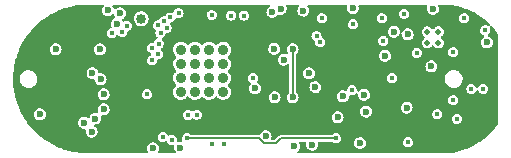
<source format=gbr>
G04 #@! TF.GenerationSoftware,KiCad,Pcbnew,(6.0.4)*
G04 #@! TF.CreationDate,2022-04-30T14:08:03+02:00*
G04 #@! TF.ProjectId,nRF52832_qfaa,6e524635-3238-4333-925f-716661612e6b,rev?*
G04 #@! TF.SameCoordinates,Original*
G04 #@! TF.FileFunction,Copper,L3,Inr*
G04 #@! TF.FilePolarity,Positive*
%FSLAX45Y45*%
G04 Gerber Fmt 4.5, Leading zero omitted, Abs format (unit mm)*
G04 Created by KiCad (PCBNEW (6.0.4)) date 2022-04-30 14:08:03*
%MOMM*%
%LPD*%
G01*
G04 APERTURE LIST*
G04 #@! TA.AperFunction,ComponentPad*
%ADD10C,0.500000*%
G04 #@! TD*
G04 #@! TA.AperFunction,ComponentPad*
%ADD11C,0.908000*%
G04 #@! TD*
G04 #@! TA.AperFunction,ComponentPad*
%ADD12C,0.850000*%
G04 #@! TD*
G04 #@! TA.AperFunction,ViaPad*
%ADD13C,0.600000*%
G04 #@! TD*
G04 #@! TA.AperFunction,ViaPad*
%ADD14C,0.450000*%
G04 #@! TD*
G04 #@! TA.AperFunction,Conductor*
%ADD15C,0.400000*%
G04 #@! TD*
G04 #@! TA.AperFunction,Conductor*
%ADD16C,0.200000*%
G04 #@! TD*
G04 #@! TA.AperFunction,Conductor*
%ADD17C,0.254000*%
G04 #@! TD*
G04 #@! TA.AperFunction,Conductor*
%ADD18C,0.150000*%
G04 #@! TD*
G04 #@! TA.AperFunction,Conductor*
%ADD19C,0.127000*%
G04 #@! TD*
G04 APERTURE END LIST*
D10*
X6473080Y-3132960D03*
X6568080Y-3132960D03*
X6568080Y-3227960D03*
X6473080Y-3227960D03*
D11*
X4745584Y-3644560D03*
X4745584Y-3524560D03*
X4745584Y-3404560D03*
X4745584Y-3284560D03*
X4625584Y-3644560D03*
X4625584Y-3524560D03*
X4625584Y-3404560D03*
X4625584Y-3284560D03*
X4505584Y-3644560D03*
X4505584Y-3524560D03*
X4505584Y-3404560D03*
X4505584Y-3284560D03*
X4385584Y-3644560D03*
X4385584Y-3524560D03*
X4385584Y-3404560D03*
X4385584Y-3284560D03*
D12*
X4051300Y-3022600D03*
D13*
X5935980Y-3667760D03*
X5758180Y-3680460D03*
D14*
X4100688Y-3663696D03*
X4233784Y-4023360D03*
X3928984Y-3083560D03*
X3890884Y-3134360D03*
X3801984Y-3147060D03*
X6786880Y-3020060D03*
X6964680Y-3121660D03*
X5580380Y-3020060D03*
X4144955Y-3274131D03*
D13*
X3326384Y-3282696D03*
D14*
X6723380Y-3870960D03*
X4754484Y-4087763D03*
D13*
X4151884Y-4120896D03*
D14*
X4192611Y-3080487D03*
D13*
X5713984Y-3858260D03*
X5104384Y-4019296D03*
D14*
X6558280Y-3832860D03*
X4919584Y-2997200D03*
D13*
X5423908Y-2954722D03*
X3192780Y-3832860D03*
D14*
X6101080Y-3210560D03*
D13*
X3631184Y-3981196D03*
D14*
X6384681Y-3312160D03*
X4652884Y-4087763D03*
D13*
X5472684Y-3485896D03*
X5015484Y-3612896D03*
D14*
X6310884Y-4070096D03*
D13*
X3638682Y-3483950D03*
X5499100Y-4089400D03*
D14*
X6177280Y-3528060D03*
D13*
X6977380Y-3223260D03*
D14*
X4144813Y-3375589D03*
X6278880Y-2980960D03*
X4508500Y-3924300D03*
D13*
X3262884Y-3904996D03*
X4978400Y-3136900D03*
X6570980Y-4036060D03*
X5384800Y-3873500D03*
D14*
X4786488Y-3854196D03*
D13*
X3162300Y-3251200D03*
X5054600Y-3048000D03*
X4259184Y-3743960D03*
X6634480Y-4036060D03*
D14*
X6482080Y-3904996D03*
X6118480Y-3612260D03*
D13*
X4381500Y-4114800D03*
X3568700Y-3905246D03*
D14*
X4447904Y-3838304D03*
X4194884Y-3321790D03*
D13*
X3732784Y-3790696D03*
X5162550Y-2965450D03*
X5232971Y-2939791D03*
D14*
X4198884Y-3233560D03*
D13*
X3732784Y-3663696D03*
D14*
X4214988Y-3143610D03*
D13*
X3701475Y-3282549D03*
X6520180Y-2939796D03*
X6189980Y-3134360D03*
X5344925Y-4104570D03*
X5256784Y-3371596D03*
D14*
X5834380Y-3629660D03*
D13*
X5525318Y-3602050D03*
D14*
X5567680Y-3223260D03*
X6088380Y-3020060D03*
X5535667Y-3172573D03*
X5844148Y-3070860D03*
D13*
X5842000Y-2933700D03*
D14*
X4297284Y-3012313D03*
D13*
X3873201Y-2975961D03*
X3770884Y-2952496D03*
D14*
X4367388Y-2977896D03*
D13*
X3847143Y-3066796D03*
D14*
X4246484Y-3045460D03*
X6691806Y-3305635D03*
X6946280Y-3616960D03*
X6846580Y-3616960D03*
D13*
X5332984Y-3282696D03*
X6307867Y-3155460D03*
X6507480Y-3426460D03*
X5332984Y-3689096D03*
D14*
X4648200Y-2991350D03*
X4813300Y-2997200D03*
X6692286Y-3712575D03*
D13*
X5904143Y-4075936D03*
X6298184Y-3777996D03*
X5180584Y-3689096D03*
X5955284Y-3810046D03*
D14*
X4309984Y-4048760D03*
D13*
X5177559Y-3278387D03*
D14*
X4995784Y-3528060D03*
D13*
X6113780Y-3337560D03*
D14*
X4436984Y-4036060D03*
X5701284Y-4036060D03*
X4520866Y-3835832D03*
D13*
X3662890Y-3868931D03*
X3707384Y-3536696D03*
D14*
X4265788Y-3103599D03*
D15*
X4165600Y-3937000D02*
X4267200Y-3937000D01*
X5199380Y-3959860D02*
X6278880Y-3959860D01*
D16*
X4786488Y-3935588D02*
X4787900Y-3937000D01*
D15*
X3444748Y-4074160D02*
X4025580Y-4074160D01*
D16*
X4786488Y-3854196D02*
X4786488Y-3935588D01*
D15*
X6319680Y-3919060D02*
X6177280Y-3776660D01*
X5525254Y-3070860D02*
X6066654Y-3612260D01*
X6436680Y-4036060D02*
X6319680Y-3919060D01*
X6066654Y-3612260D02*
X6118480Y-3612260D01*
D17*
X3377184Y-3466084D02*
X3377184Y-3777996D01*
X3162300Y-3251200D02*
X3377184Y-3466084D01*
D15*
X4787900Y-3937000D02*
X5176520Y-3937000D01*
X4025580Y-4074160D02*
X4162740Y-3937000D01*
X6570980Y-4036060D02*
X6436680Y-4036060D01*
X5176520Y-3937000D02*
X5199380Y-3959860D01*
X6177280Y-3776660D02*
X6177280Y-3671060D01*
X6177280Y-3671060D02*
X6118480Y-3612260D01*
D17*
X3377184Y-3777996D02*
X3262884Y-3892296D01*
D15*
X6278880Y-3959860D02*
X6319680Y-3919060D01*
X5044440Y-3070860D02*
X5525254Y-3070860D01*
D18*
X4259184Y-3928984D02*
X4267200Y-3937000D01*
X4259184Y-3743960D02*
X4259184Y-3928984D01*
D15*
X4267200Y-3937000D02*
X4787900Y-3937000D01*
X4978400Y-3136900D02*
X5044440Y-3070860D01*
X3262884Y-3892296D02*
X3444748Y-4074160D01*
D19*
X5332984Y-3282696D02*
X5332984Y-3689096D01*
D18*
X4436984Y-4036060D02*
X5046971Y-4036060D01*
X5046971Y-4036060D02*
X5087611Y-4076700D01*
X5087611Y-4076700D02*
X5194300Y-4076700D01*
X5234940Y-4036060D02*
X5701284Y-4036060D01*
X5194300Y-4076700D02*
X5234940Y-4036060D01*
G04 #@! TA.AperFunction,Conductor*
G36*
X3729605Y-2905592D02*
G01*
X3733564Y-2911042D01*
X3733564Y-2917778D01*
X3731368Y-2921625D01*
X3728622Y-2924735D01*
X3728292Y-2925438D01*
X3728292Y-2925438D01*
X3722859Y-2937009D01*
X3722859Y-2937009D01*
X3722529Y-2937712D01*
X3722409Y-2938480D01*
X3720896Y-2948200D01*
X3720323Y-2951878D01*
X3722182Y-2966094D01*
X3727956Y-2979216D01*
X3728455Y-2979810D01*
X3728455Y-2979811D01*
X3736681Y-2989597D01*
X3737181Y-2990191D01*
X3749115Y-2998135D01*
X3749856Y-2998366D01*
X3762059Y-3002179D01*
X3762059Y-3002179D01*
X3762800Y-3002410D01*
X3770458Y-3002551D01*
X3776358Y-3002659D01*
X3776358Y-3002659D01*
X3777134Y-3002673D01*
X3790966Y-2998902D01*
X3803183Y-2991400D01*
X3806787Y-2987419D01*
X3812629Y-2984066D01*
X3819327Y-2984788D01*
X3824321Y-2989309D01*
X3824844Y-2990344D01*
X3830273Y-3002682D01*
X3830773Y-3003276D01*
X3830773Y-3003276D01*
X3830985Y-3003529D01*
X3831088Y-3003782D01*
X3831183Y-3003936D01*
X3831157Y-3003952D01*
X3833514Y-3009772D01*
X3831890Y-3016310D01*
X3827134Y-3020456D01*
X3826496Y-3020639D01*
X3825839Y-3021053D01*
X3825838Y-3021053D01*
X3815027Y-3027875D01*
X3814371Y-3028289D01*
X3804880Y-3039035D01*
X3804550Y-3039738D01*
X3804550Y-3039738D01*
X3799118Y-3051309D01*
X3799117Y-3051309D01*
X3798787Y-3052012D01*
X3796582Y-3066178D01*
X3798441Y-3080394D01*
X3798754Y-3081105D01*
X3802678Y-3090024D01*
X3803353Y-3096727D01*
X3799959Y-3102546D01*
X3794406Y-3105180D01*
X3788671Y-3106088D01*
X3776662Y-3112207D01*
X3767131Y-3121738D01*
X3761012Y-3133747D01*
X3760878Y-3134595D01*
X3760878Y-3134595D01*
X3759359Y-3144181D01*
X3758904Y-3147060D01*
X3759038Y-3147907D01*
X3760878Y-3159525D01*
X3760878Y-3159525D01*
X3761012Y-3160373D01*
X3764332Y-3166889D01*
X3766698Y-3171532D01*
X3767131Y-3172382D01*
X3776662Y-3181913D01*
X3777426Y-3182302D01*
X3777426Y-3182302D01*
X3778536Y-3182868D01*
X3788671Y-3188032D01*
X3789519Y-3188166D01*
X3789519Y-3188166D01*
X3801137Y-3190006D01*
X3801984Y-3190140D01*
X3802831Y-3190006D01*
X3814449Y-3188166D01*
X3814449Y-3188166D01*
X3815297Y-3188032D01*
X3825432Y-3182868D01*
X3826542Y-3182302D01*
X3826542Y-3182302D01*
X3827306Y-3181913D01*
X3836837Y-3172382D01*
X3837270Y-3171532D01*
X3840791Y-3164621D01*
X3845555Y-3159857D01*
X3852209Y-3158803D01*
X3858211Y-3161862D01*
X3865562Y-3169213D01*
X3877571Y-3175332D01*
X3878419Y-3175466D01*
X3878419Y-3175466D01*
X3890037Y-3177306D01*
X3890884Y-3177440D01*
X3891731Y-3177306D01*
X3903349Y-3175466D01*
X3903349Y-3175466D01*
X3904197Y-3175332D01*
X3916206Y-3169213D01*
X3925737Y-3159682D01*
X3927259Y-3156695D01*
X3927661Y-3155906D01*
X3931856Y-3147673D01*
X3931990Y-3146825D01*
X3931990Y-3146825D01*
X3933830Y-3135207D01*
X3933964Y-3134360D01*
X3934053Y-3134374D01*
X3935912Y-3128654D01*
X3941362Y-3124694D01*
X3941449Y-3124666D01*
X3942297Y-3124532D01*
X3949220Y-3121004D01*
X3953542Y-3118802D01*
X3953542Y-3118802D01*
X3954306Y-3118413D01*
X3963837Y-3108882D01*
X3965000Y-3106599D01*
X3966074Y-3104491D01*
X3969956Y-3096873D01*
X3970090Y-3096025D01*
X3970090Y-3096025D01*
X3971930Y-3084407D01*
X3972064Y-3083560D01*
X3971676Y-3081105D01*
X3970090Y-3071095D01*
X3970090Y-3071095D01*
X3969956Y-3070247D01*
X3963837Y-3058238D01*
X3954306Y-3048707D01*
X3942297Y-3042588D01*
X3941449Y-3042454D01*
X3941449Y-3042454D01*
X3929831Y-3040614D01*
X3928984Y-3040480D01*
X3928137Y-3040614D01*
X3916519Y-3042454D01*
X3916519Y-3042454D01*
X3915671Y-3042588D01*
X3908503Y-3046241D01*
X3905893Y-3047570D01*
X3899239Y-3048624D01*
X3893237Y-3045566D01*
X3891022Y-3042370D01*
X3890063Y-3040261D01*
X3890063Y-3040260D01*
X3889741Y-3039553D01*
X3889234Y-3038965D01*
X3888816Y-3038311D01*
X3889045Y-3038164D01*
X3886914Y-3033083D01*
X3888458Y-3026525D01*
X3893203Y-3022389D01*
X3893283Y-3022367D01*
X3893979Y-3021940D01*
X3988294Y-3021940D01*
X3989955Y-3036988D01*
X3995158Y-3051206D01*
X3995524Y-3051751D01*
X3995525Y-3051751D01*
X3999420Y-3057547D01*
X4003602Y-3063772D01*
X4004088Y-3064213D01*
X4004088Y-3064213D01*
X4013953Y-3073190D01*
X4014800Y-3073961D01*
X4028105Y-3081185D01*
X4042749Y-3085026D01*
X4049439Y-3085131D01*
X4057229Y-3085254D01*
X4057229Y-3085254D01*
X4057886Y-3085264D01*
X4058527Y-3085117D01*
X4058527Y-3085117D01*
X4072004Y-3082031D01*
X4072644Y-3081884D01*
X4073230Y-3081589D01*
X4073230Y-3081589D01*
X4085582Y-3075377D01*
X4085582Y-3075377D01*
X4086169Y-3075082D01*
X4097681Y-3065249D01*
X4106516Y-3052955D01*
X4107177Y-3051309D01*
X4111619Y-3040261D01*
X4112162Y-3038908D01*
X4112257Y-3038242D01*
X4114245Y-3024272D01*
X4114245Y-3024271D01*
X4114296Y-3023920D01*
X4114309Y-3022600D01*
X4114122Y-3021053D01*
X4112569Y-3008222D01*
X4112491Y-3007570D01*
X4112258Y-3006956D01*
X4112258Y-3006955D01*
X4108118Y-2995997D01*
X4107139Y-2993408D01*
X4101178Y-2984735D01*
X4098936Y-2981472D01*
X4098564Y-2980931D01*
X4098074Y-2980494D01*
X4098074Y-2980494D01*
X4087751Y-2971297D01*
X4087751Y-2971297D01*
X4087260Y-2970860D01*
X4079057Y-2966516D01*
X4074461Y-2964083D01*
X4074460Y-2964083D01*
X4073880Y-2963776D01*
X4073244Y-2963616D01*
X4073244Y-2963616D01*
X4065894Y-2961770D01*
X4059197Y-2960087D01*
X4051679Y-2960048D01*
X4044715Y-2960012D01*
X4044714Y-2960012D01*
X4044058Y-2960008D01*
X4043419Y-2960162D01*
X4043419Y-2960162D01*
X4040677Y-2960820D01*
X4029337Y-2963542D01*
X4028753Y-2963844D01*
X4028753Y-2963844D01*
X4016467Y-2970185D01*
X4016467Y-2970185D01*
X4015883Y-2970486D01*
X4014115Y-2972029D01*
X4007361Y-2977921D01*
X4004475Y-2980438D01*
X4000295Y-2986385D01*
X3996230Y-2992170D01*
X3995770Y-2992825D01*
X3990270Y-3006930D01*
X3990184Y-3007582D01*
X3990184Y-3007582D01*
X3988431Y-3020902D01*
X3988294Y-3021940D01*
X3893979Y-3021940D01*
X3905500Y-3014866D01*
X3915121Y-3004237D01*
X3921372Y-2991335D01*
X3923118Y-2980960D01*
X3923681Y-2977612D01*
X3923681Y-2977612D01*
X3923751Y-2977197D01*
X3923766Y-2975961D01*
X3921734Y-2961770D01*
X3915800Y-2948719D01*
X3906441Y-2937858D01*
X3894411Y-2930060D01*
X3892014Y-2929343D01*
X3881419Y-2926175D01*
X3881419Y-2926175D01*
X3880675Y-2925952D01*
X3873507Y-2925908D01*
X3867116Y-2925869D01*
X3867115Y-2925869D01*
X3866339Y-2925865D01*
X3865592Y-2926078D01*
X3865592Y-2926078D01*
X3853301Y-2929591D01*
X3853300Y-2929591D01*
X3852554Y-2929804D01*
X3851897Y-2930219D01*
X3843763Y-2935351D01*
X3840429Y-2937454D01*
X3837434Y-2940845D01*
X3831633Y-2944269D01*
X3824927Y-2943630D01*
X3819878Y-2939170D01*
X3819342Y-2938141D01*
X3817042Y-2933082D01*
X3813482Y-2925253D01*
X3810270Y-2921525D01*
X3807665Y-2915313D01*
X3809209Y-2908755D01*
X3814312Y-2904358D01*
X3818527Y-2903510D01*
X5129215Y-2903510D01*
X5135622Y-2905592D01*
X5139582Y-2911042D01*
X5139582Y-2917778D01*
X5135622Y-2923228D01*
X5135033Y-2923627D01*
X5129778Y-2926943D01*
X5120288Y-2937689D01*
X5119958Y-2938392D01*
X5119958Y-2938392D01*
X5114525Y-2949963D01*
X5114525Y-2949963D01*
X5114195Y-2950666D01*
X5114075Y-2951434D01*
X5112703Y-2960247D01*
X5111989Y-2964832D01*
X5113848Y-2979048D01*
X5119622Y-2992170D01*
X5120121Y-2992764D01*
X5120122Y-2992765D01*
X5128317Y-3002514D01*
X5128847Y-3003145D01*
X5140781Y-3011089D01*
X5141522Y-3011320D01*
X5153725Y-3015133D01*
X5153725Y-3015133D01*
X5154466Y-3015364D01*
X5162224Y-3015506D01*
X5168024Y-3015613D01*
X5168024Y-3015613D01*
X5168800Y-3015627D01*
X5182632Y-3011856D01*
X5194849Y-3004354D01*
X5197006Y-3001971D01*
X5203949Y-2994301D01*
X5204470Y-2993725D01*
X5204809Y-2993026D01*
X5205243Y-2992383D01*
X5205389Y-2992481D01*
X5209418Y-2988288D01*
X5216049Y-2987101D01*
X5217811Y-2987494D01*
X5224146Y-2989474D01*
X5224146Y-2989474D01*
X5224887Y-2989705D01*
X5232645Y-2989847D01*
X5238445Y-2989954D01*
X5238445Y-2989954D01*
X5239221Y-2989968D01*
X5253053Y-2986197D01*
X5265270Y-2978695D01*
X5265971Y-2977921D01*
X5271338Y-2971991D01*
X5274891Y-2968066D01*
X5281142Y-2955164D01*
X5283521Y-2941026D01*
X5283536Y-2939791D01*
X5281503Y-2925599D01*
X5278752Y-2919548D01*
X5278467Y-2918921D01*
X5277710Y-2912227D01*
X5281033Y-2906367D01*
X5287165Y-2903579D01*
X5288390Y-2903510D01*
X5378188Y-2903510D01*
X5384595Y-2905592D01*
X5388555Y-2911042D01*
X5388555Y-2917778D01*
X5386358Y-2921625D01*
X5381646Y-2926961D01*
X5381316Y-2927664D01*
X5381316Y-2927664D01*
X5375883Y-2939235D01*
X5375883Y-2939236D01*
X5375553Y-2939939D01*
X5375433Y-2940706D01*
X5373763Y-2951434D01*
X5373347Y-2954105D01*
X5375206Y-2968320D01*
X5380980Y-2981443D01*
X5381479Y-2982037D01*
X5381480Y-2982037D01*
X5389692Y-2991807D01*
X5390205Y-2992417D01*
X5402139Y-3000361D01*
X5402880Y-3000593D01*
X5415083Y-3004405D01*
X5415083Y-3004405D01*
X5415824Y-3004637D01*
X5423582Y-3004779D01*
X5429382Y-3004885D01*
X5429382Y-3004885D01*
X5430158Y-3004899D01*
X5443990Y-3001128D01*
X5456207Y-2993627D01*
X5458975Y-2990569D01*
X5465307Y-2983573D01*
X5465828Y-2982998D01*
X5472079Y-2970096D01*
X5473776Y-2960012D01*
X5474388Y-2956373D01*
X5474388Y-2956373D01*
X5474458Y-2955958D01*
X5474473Y-2954722D01*
X5472440Y-2940531D01*
X5466506Y-2927480D01*
X5466000Y-2926891D01*
X5465999Y-2926891D01*
X5462569Y-2922910D01*
X5461376Y-2921525D01*
X5458770Y-2915313D01*
X5460314Y-2908755D01*
X5465418Y-2904358D01*
X5469633Y-2903510D01*
X5783739Y-2903510D01*
X5790146Y-2905592D01*
X5794106Y-2911042D01*
X5794163Y-2917597D01*
X5793975Y-2918213D01*
X5793645Y-2918916D01*
X5792515Y-2926175D01*
X5791885Y-2930219D01*
X5791439Y-2933082D01*
X5793298Y-2947298D01*
X5799072Y-2960420D01*
X5799571Y-2961014D01*
X5799571Y-2961015D01*
X5807689Y-2970671D01*
X5808297Y-2971395D01*
X5820231Y-2979339D01*
X5820972Y-2979570D01*
X5833175Y-2983383D01*
X5833175Y-2983383D01*
X5833916Y-2983614D01*
X5841673Y-2983756D01*
X5847474Y-2983863D01*
X5847474Y-2983863D01*
X5848250Y-2983877D01*
X5862082Y-2980106D01*
X5874299Y-2972604D01*
X5883920Y-2961975D01*
X5890171Y-2949073D01*
X5892010Y-2938141D01*
X5892480Y-2935351D01*
X5892480Y-2935351D01*
X5892550Y-2934935D01*
X5892565Y-2933700D01*
X5890532Y-2919508D01*
X5890211Y-2918801D01*
X5889993Y-2918056D01*
X5890162Y-2918006D01*
X5889509Y-2912228D01*
X5892831Y-2906368D01*
X5898963Y-2903579D01*
X5900188Y-2903510D01*
X6464761Y-2903510D01*
X6471168Y-2905592D01*
X6475127Y-2911042D01*
X6475127Y-2917778D01*
X6474628Y-2919042D01*
X6472155Y-2924309D01*
X6472155Y-2924309D01*
X6471825Y-2925012D01*
X6471705Y-2925780D01*
X6469742Y-2938392D01*
X6469619Y-2939178D01*
X6471478Y-2953394D01*
X6477252Y-2966516D01*
X6477751Y-2967110D01*
X6477751Y-2967111D01*
X6484840Y-2975544D01*
X6486477Y-2977491D01*
X6498411Y-2985435D01*
X6499152Y-2985666D01*
X6511355Y-2989479D01*
X6511355Y-2989479D01*
X6512096Y-2989710D01*
X6519853Y-2989852D01*
X6525654Y-2989959D01*
X6525654Y-2989959D01*
X6526430Y-2989973D01*
X6540262Y-2986202D01*
X6552479Y-2978700D01*
X6562100Y-2968071D01*
X6568351Y-2955169D01*
X6570185Y-2944269D01*
X6570660Y-2941447D01*
X6570660Y-2941447D01*
X6570730Y-2941031D01*
X6570745Y-2939796D01*
X6568712Y-2925604D01*
X6568123Y-2924309D01*
X6565674Y-2918921D01*
X6564917Y-2912227D01*
X6568239Y-2906367D01*
X6574372Y-2903579D01*
X6575596Y-2903510D01*
X6592765Y-2903510D01*
X6594881Y-2903750D01*
X6595048Y-2903750D01*
X6596244Y-2904026D01*
X6597441Y-2903755D01*
X6598313Y-2903756D01*
X6599629Y-2903634D01*
X6638670Y-2905076D01*
X6639471Y-2905135D01*
X6681230Y-2909780D01*
X6682024Y-2909898D01*
X6723328Y-2917612D01*
X6724110Y-2917788D01*
X6764731Y-2928528D01*
X6765500Y-2928762D01*
X6779807Y-2933700D01*
X6805217Y-2942470D01*
X6805967Y-2942760D01*
X6844564Y-2959361D01*
X6845290Y-2959705D01*
X6882558Y-2979109D01*
X6883257Y-2979506D01*
X6903414Y-2991973D01*
X6918991Y-3001607D01*
X6919659Y-3002055D01*
X6927276Y-3007582D01*
X6953665Y-3026731D01*
X6954297Y-3027227D01*
X6985294Y-3053420D01*
X6986390Y-3054345D01*
X6986985Y-3054887D01*
X6998740Y-3066410D01*
X7000745Y-3068376D01*
X7003863Y-3074348D01*
X7002875Y-3081011D01*
X6998160Y-3085822D01*
X6991517Y-3086942D01*
X6988166Y-3085872D01*
X6980500Y-3081966D01*
X6977993Y-3080688D01*
X6977145Y-3080554D01*
X6977145Y-3080554D01*
X6965527Y-3078714D01*
X6964680Y-3078580D01*
X6963833Y-3078714D01*
X6952215Y-3080554D01*
X6952215Y-3080554D01*
X6951367Y-3080688D01*
X6944068Y-3084407D01*
X6941292Y-3085822D01*
X6939358Y-3086807D01*
X6929827Y-3096338D01*
X6929438Y-3097102D01*
X6929438Y-3097102D01*
X6928531Y-3098882D01*
X6923708Y-3108347D01*
X6923574Y-3109195D01*
X6923574Y-3109195D01*
X6921930Y-3119576D01*
X6921600Y-3121660D01*
X6921734Y-3122507D01*
X6923574Y-3134125D01*
X6923574Y-3134125D01*
X6923708Y-3134973D01*
X6929827Y-3146982D01*
X6939358Y-3156513D01*
X6941502Y-3157605D01*
X6949945Y-3161907D01*
X6954709Y-3166671D01*
X6955763Y-3173325D01*
X6952704Y-3179327D01*
X6950814Y-3180838D01*
X6944608Y-3184753D01*
X6935118Y-3195499D01*
X6934788Y-3196202D01*
X6934788Y-3196202D01*
X6929355Y-3207773D01*
X6929355Y-3207773D01*
X6929025Y-3208476D01*
X6928905Y-3209244D01*
X6927338Y-3219309D01*
X6926819Y-3222642D01*
X6928678Y-3236858D01*
X6934452Y-3249980D01*
X6934951Y-3250574D01*
X6934951Y-3250575D01*
X6942444Y-3259488D01*
X6943677Y-3260955D01*
X6955611Y-3268899D01*
X6956352Y-3269130D01*
X6968555Y-3272943D01*
X6968555Y-3272943D01*
X6969296Y-3273174D01*
X6977053Y-3273316D01*
X6982854Y-3273423D01*
X6982854Y-3273423D01*
X6983630Y-3273437D01*
X6997462Y-3269666D01*
X7009679Y-3262164D01*
X7019300Y-3251535D01*
X7025551Y-3238633D01*
X7027276Y-3228381D01*
X7027860Y-3224911D01*
X7027860Y-3224911D01*
X7027930Y-3224495D01*
X7027945Y-3223260D01*
X7025912Y-3209068D01*
X7019978Y-3196017D01*
X7010620Y-3185156D01*
X6998589Y-3177358D01*
X6996334Y-3176684D01*
X6993126Y-3175724D01*
X6987584Y-3171894D01*
X6985352Y-3165538D01*
X6987282Y-3159084D01*
X6989587Y-3156724D01*
X6990002Y-3156513D01*
X6999533Y-3146982D01*
X7005652Y-3134973D01*
X7005786Y-3134125D01*
X7005786Y-3134125D01*
X7007626Y-3122507D01*
X7007760Y-3121660D01*
X7007430Y-3119576D01*
X7005786Y-3109195D01*
X7005786Y-3109195D01*
X7005652Y-3108347D01*
X7000829Y-3098882D01*
X7000217Y-3097680D01*
X6999163Y-3091027D01*
X7002221Y-3085024D01*
X7008224Y-3081966D01*
X7014877Y-3083020D01*
X7018113Y-3085532D01*
X7045294Y-3116429D01*
X7045802Y-3117053D01*
X7067136Y-3145253D01*
X7069211Y-3150139D01*
X7076060Y-3193789D01*
X7076098Y-3194034D01*
X7076230Y-3195724D01*
X7076230Y-3877641D01*
X7076059Y-3879566D01*
X7070320Y-3911542D01*
X7069388Y-3916731D01*
X7067353Y-3921381D01*
X7045802Y-3949868D01*
X7045293Y-3950491D01*
X7017541Y-3982037D01*
X7016989Y-3982620D01*
X6986983Y-4012034D01*
X6986390Y-4012574D01*
X6956499Y-4037833D01*
X6954298Y-4039693D01*
X6953665Y-4040189D01*
X6939955Y-4050137D01*
X6919659Y-4064865D01*
X6918991Y-4065313D01*
X6912122Y-4069561D01*
X6888773Y-4084002D01*
X6883257Y-4087413D01*
X6882558Y-4087811D01*
X6845933Y-4106880D01*
X6845291Y-4107214D01*
X6844564Y-4107559D01*
X6805967Y-4124159D01*
X6805217Y-4124450D01*
X6792801Y-4128735D01*
X6765500Y-4138158D01*
X6764731Y-4138392D01*
X6724110Y-4149132D01*
X6723328Y-4149308D01*
X6682024Y-4157022D01*
X6681230Y-4157140D01*
X6639471Y-4161785D01*
X6638670Y-4161844D01*
X6599683Y-4163284D01*
X6598491Y-4163171D01*
X6597512Y-4163169D01*
X6596316Y-4162894D01*
X6595119Y-4163165D01*
X6595011Y-4163165D01*
X6592820Y-4163410D01*
X5383232Y-4163410D01*
X5376825Y-4161328D01*
X5372866Y-4155878D01*
X5372866Y-4149142D01*
X5376270Y-4144123D01*
X5376562Y-4143881D01*
X5377224Y-4143474D01*
X5378993Y-4141520D01*
X5386324Y-4133421D01*
X5386845Y-4132845D01*
X5393096Y-4119943D01*
X5395206Y-4107400D01*
X5395404Y-4106221D01*
X5395404Y-4106221D01*
X5395474Y-4105805D01*
X5395489Y-4104570D01*
X5393457Y-4090378D01*
X5388293Y-4079021D01*
X5387537Y-4072327D01*
X5390859Y-4066467D01*
X5396992Y-4063679D01*
X5398216Y-4063610D01*
X5439730Y-4063610D01*
X5446137Y-4065692D01*
X5450097Y-4071142D01*
X5450500Y-4076187D01*
X5448539Y-4088782D01*
X5450398Y-4102998D01*
X5456172Y-4116120D01*
X5456671Y-4116714D01*
X5456672Y-4116715D01*
X5464898Y-4126501D01*
X5465397Y-4127095D01*
X5477331Y-4135039D01*
X5478072Y-4135270D01*
X5490275Y-4139083D01*
X5490275Y-4139083D01*
X5491016Y-4139314D01*
X5498774Y-4139456D01*
X5504574Y-4139563D01*
X5504574Y-4139563D01*
X5505350Y-4139577D01*
X5519182Y-4135806D01*
X5531399Y-4128304D01*
X5541020Y-4117675D01*
X5547271Y-4104773D01*
X5549447Y-4091840D01*
X5549580Y-4091051D01*
X5549580Y-4091051D01*
X5549650Y-4090635D01*
X5549665Y-4089400D01*
X5547754Y-4076055D01*
X5548906Y-4069418D01*
X5553740Y-4064726D01*
X5558544Y-4063610D01*
X5664144Y-4063610D01*
X5670551Y-4065692D01*
X5671852Y-4066802D01*
X5675962Y-4070913D01*
X5676726Y-4071302D01*
X5676726Y-4071302D01*
X5678738Y-4072327D01*
X5687971Y-4077032D01*
X5688819Y-4077166D01*
X5688819Y-4077166D01*
X5700437Y-4079006D01*
X5701284Y-4079140D01*
X5702131Y-4079006D01*
X5713749Y-4077166D01*
X5713749Y-4077166D01*
X5714597Y-4077032D01*
X5717959Y-4075319D01*
X5853582Y-4075319D01*
X5855441Y-4089534D01*
X5861215Y-4102657D01*
X5861714Y-4103251D01*
X5861714Y-4103251D01*
X5865336Y-4107559D01*
X5870440Y-4113631D01*
X5882374Y-4121575D01*
X5883115Y-4121807D01*
X5895317Y-4125619D01*
X5895318Y-4125619D01*
X5896058Y-4125850D01*
X5903816Y-4125993D01*
X5909617Y-4126099D01*
X5909617Y-4126099D01*
X5910393Y-4126113D01*
X5924224Y-4122342D01*
X5936442Y-4114841D01*
X5946063Y-4104212D01*
X5952314Y-4091310D01*
X5953903Y-4081863D01*
X5954622Y-4077587D01*
X5954622Y-4077587D01*
X5954692Y-4077172D01*
X5954707Y-4075936D01*
X5953871Y-4070096D01*
X6267804Y-4070096D01*
X6267938Y-4070943D01*
X6269778Y-4082561D01*
X6269778Y-4082561D01*
X6269912Y-4083409D01*
X6273806Y-4091051D01*
X6274868Y-4093135D01*
X6276031Y-4095418D01*
X6285562Y-4104949D01*
X6286326Y-4105338D01*
X6286326Y-4105338D01*
X6287619Y-4105997D01*
X6297571Y-4111068D01*
X6298419Y-4111202D01*
X6298419Y-4111202D01*
X6310037Y-4113042D01*
X6310884Y-4113176D01*
X6311731Y-4113042D01*
X6323349Y-4111202D01*
X6323349Y-4111202D01*
X6324197Y-4111068D01*
X6334149Y-4105997D01*
X6335442Y-4105338D01*
X6335442Y-4105338D01*
X6336206Y-4104949D01*
X6345737Y-4095418D01*
X6346900Y-4093135D01*
X6347962Y-4091051D01*
X6351856Y-4083409D01*
X6351990Y-4082561D01*
X6351990Y-4082561D01*
X6353830Y-4070943D01*
X6353964Y-4070096D01*
X6353124Y-4064791D01*
X6351990Y-4057631D01*
X6351990Y-4057631D01*
X6351856Y-4056783D01*
X6347434Y-4048105D01*
X6346126Y-4045538D01*
X6346126Y-4045538D01*
X6345737Y-4044774D01*
X6336206Y-4035243D01*
X6324197Y-4029124D01*
X6323349Y-4028990D01*
X6323349Y-4028990D01*
X6311731Y-4027150D01*
X6310884Y-4027016D01*
X6310037Y-4027150D01*
X6298419Y-4028990D01*
X6298419Y-4028990D01*
X6297571Y-4029124D01*
X6285562Y-4035243D01*
X6276031Y-4044774D01*
X6275642Y-4045538D01*
X6275642Y-4045538D01*
X6274334Y-4048105D01*
X6269912Y-4056783D01*
X6269778Y-4057631D01*
X6269778Y-4057631D01*
X6268644Y-4064791D01*
X6267804Y-4070096D01*
X5953871Y-4070096D01*
X5952675Y-4061744D01*
X5946741Y-4048693D01*
X5937383Y-4037833D01*
X5925352Y-4030035D01*
X5922307Y-4029124D01*
X5912361Y-4026149D01*
X5912361Y-4026149D01*
X5911617Y-4025927D01*
X5904449Y-4025883D01*
X5898057Y-4025844D01*
X5898057Y-4025844D01*
X5897280Y-4025839D01*
X5896534Y-4026053D01*
X5896534Y-4026053D01*
X5884242Y-4029566D01*
X5884242Y-4029566D01*
X5883496Y-4029779D01*
X5882839Y-4030193D01*
X5873169Y-4036295D01*
X5871371Y-4037429D01*
X5861880Y-4048175D01*
X5861550Y-4048878D01*
X5861550Y-4048878D01*
X5856118Y-4060449D01*
X5856117Y-4060450D01*
X5855787Y-4061153D01*
X5855668Y-4061920D01*
X5854207Y-4071302D01*
X5853582Y-4075319D01*
X5717959Y-4075319D01*
X5723829Y-4072327D01*
X5725842Y-4071302D01*
X5725842Y-4071302D01*
X5726606Y-4070913D01*
X5736137Y-4061382D01*
X5742256Y-4049373D01*
X5742390Y-4048525D01*
X5742390Y-4048525D01*
X5744230Y-4036907D01*
X5744364Y-4036060D01*
X5744144Y-4034669D01*
X5742390Y-4023595D01*
X5742390Y-4023595D01*
X5742256Y-4022747D01*
X5737158Y-4012743D01*
X5736526Y-4011502D01*
X5736526Y-4011502D01*
X5736137Y-4010738D01*
X5726606Y-4001207D01*
X5714597Y-3995088D01*
X5713749Y-3994954D01*
X5713749Y-3994954D01*
X5702131Y-3993114D01*
X5701284Y-3992980D01*
X5700437Y-3993114D01*
X5688819Y-3994954D01*
X5688819Y-3994954D01*
X5687971Y-3995088D01*
X5675962Y-4001207D01*
X5671852Y-4005317D01*
X5665849Y-4008376D01*
X5664144Y-4008510D01*
X5238727Y-4008510D01*
X5236600Y-4008301D01*
X5235993Y-4008180D01*
X5234940Y-4007970D01*
X5233887Y-4008180D01*
X5232228Y-4008510D01*
X5232227Y-4008510D01*
X5232227Y-4008510D01*
X5232226Y-4008510D01*
X5225244Y-4009899D01*
X5225243Y-4009899D01*
X5224498Y-4010047D01*
X5224191Y-4010108D01*
X5217378Y-4014661D01*
X5217378Y-4014661D01*
X5215078Y-4016198D01*
X5214481Y-4017090D01*
X5214481Y-4017090D01*
X5214137Y-4017605D01*
X5212782Y-4019257D01*
X5186081Y-4045957D01*
X5180079Y-4049016D01*
X5178373Y-4049150D01*
X5162738Y-4049150D01*
X5156331Y-4047068D01*
X5152372Y-4041618D01*
X5152355Y-4035083D01*
X5152555Y-4034669D01*
X5154315Y-4024207D01*
X5154864Y-4020947D01*
X5154864Y-4020947D01*
X5154934Y-4020531D01*
X5154949Y-4019296D01*
X5152916Y-4005104D01*
X5146982Y-3992053D01*
X5137624Y-3981192D01*
X5125594Y-3973394D01*
X5124020Y-3972924D01*
X5112602Y-3969509D01*
X5112602Y-3969509D01*
X5111858Y-3969287D01*
X5104690Y-3969243D01*
X5098298Y-3969204D01*
X5098298Y-3969204D01*
X5097522Y-3969199D01*
X5096775Y-3969412D01*
X5096775Y-3969412D01*
X5084483Y-3972925D01*
X5084483Y-3972925D01*
X5083737Y-3973139D01*
X5083080Y-3973553D01*
X5072419Y-3980280D01*
X5071612Y-3980789D01*
X5062122Y-3991535D01*
X5061792Y-3992238D01*
X5061792Y-3992238D01*
X5057250Y-4001912D01*
X5052642Y-4006827D01*
X5047662Y-4008108D01*
X5046971Y-4007970D01*
X5045918Y-4008180D01*
X5045310Y-4008301D01*
X5043184Y-4008510D01*
X4474124Y-4008510D01*
X4467717Y-4006428D01*
X4466416Y-4005317D01*
X4462306Y-4001207D01*
X4450297Y-3995088D01*
X4449449Y-3994954D01*
X4449449Y-3994954D01*
X4437831Y-3993114D01*
X4436984Y-3992980D01*
X4436137Y-3993114D01*
X4424519Y-3994954D01*
X4424519Y-3994954D01*
X4423671Y-3995088D01*
X4411662Y-4001207D01*
X4402131Y-4010738D01*
X4401742Y-4011502D01*
X4401742Y-4011502D01*
X4401110Y-4012743D01*
X4396012Y-4022747D01*
X4395878Y-4023595D01*
X4395878Y-4023595D01*
X4394124Y-4034669D01*
X4393904Y-4036060D01*
X4396012Y-4049373D01*
X4396402Y-4050137D01*
X4396521Y-4050505D01*
X4396521Y-4057242D01*
X4392561Y-4062692D01*
X4386088Y-4064773D01*
X4381555Y-4064745D01*
X4375414Y-4064708D01*
X4375414Y-4064708D01*
X4374638Y-4064703D01*
X4373891Y-4064916D01*
X4373891Y-4064916D01*
X4365832Y-4067220D01*
X4359099Y-4066979D01*
X4353795Y-4062827D01*
X4351943Y-4056349D01*
X4352071Y-4055035D01*
X4353064Y-4048760D01*
X4352337Y-4044168D01*
X4351090Y-4036295D01*
X4351090Y-4036295D01*
X4350956Y-4035447D01*
X4344837Y-4023438D01*
X4335306Y-4013907D01*
X4333965Y-4013224D01*
X4328051Y-4010211D01*
X4323297Y-4007788D01*
X4322449Y-4007654D01*
X4322449Y-4007654D01*
X4310831Y-4005814D01*
X4309984Y-4005680D01*
X4309137Y-4005814D01*
X4297519Y-4007654D01*
X4297519Y-4007654D01*
X4296671Y-4007788D01*
X4288071Y-4012170D01*
X4281417Y-4013224D01*
X4275415Y-4010166D01*
X4273410Y-4007407D01*
X4273308Y-4007205D01*
X4268637Y-3998038D01*
X4259106Y-3988507D01*
X4247097Y-3982388D01*
X4246249Y-3982254D01*
X4246249Y-3982254D01*
X4234631Y-3980414D01*
X4233784Y-3980280D01*
X4232937Y-3980414D01*
X4221319Y-3982254D01*
X4221319Y-3982254D01*
X4220471Y-3982388D01*
X4208462Y-3988507D01*
X4198931Y-3998038D01*
X4192812Y-4010047D01*
X4192678Y-4010895D01*
X4192678Y-4010895D01*
X4191218Y-4020110D01*
X4190704Y-4023360D01*
X4190838Y-4024207D01*
X4192678Y-4035825D01*
X4192678Y-4035825D01*
X4192812Y-4036673D01*
X4196940Y-4044774D01*
X4197329Y-4045538D01*
X4198931Y-4048682D01*
X4208462Y-4058213D01*
X4209226Y-4058602D01*
X4209226Y-4058602D01*
X4211824Y-4059926D01*
X4220471Y-4064332D01*
X4221319Y-4064466D01*
X4221319Y-4064466D01*
X4232937Y-4066306D01*
X4233784Y-4066440D01*
X4234631Y-4066306D01*
X4246249Y-4064466D01*
X4246249Y-4064466D01*
X4247097Y-4064332D01*
X4255697Y-4059950D01*
X4262351Y-4058896D01*
X4268353Y-4061954D01*
X4270357Y-4064713D01*
X4272360Y-4068643D01*
X4273532Y-4070943D01*
X4275131Y-4074082D01*
X4284662Y-4083613D01*
X4296671Y-4089732D01*
X4297519Y-4089866D01*
X4297519Y-4089866D01*
X4309137Y-4091706D01*
X4309984Y-4091840D01*
X4320258Y-4090213D01*
X4326912Y-4091267D01*
X4331676Y-4096030D01*
X4332734Y-4102656D01*
X4331424Y-4111068D01*
X4330939Y-4114182D01*
X4332798Y-4128398D01*
X4338572Y-4141520D01*
X4339072Y-4142115D01*
X4339072Y-4142115D01*
X4341914Y-4145496D01*
X4344443Y-4151740D01*
X4342819Y-4158278D01*
X4337663Y-4162613D01*
X4333570Y-4163410D01*
X4204298Y-4163410D01*
X4197892Y-4161328D01*
X4193932Y-4155878D01*
X4193932Y-4149142D01*
X4194489Y-4147757D01*
X4198459Y-4139563D01*
X4200055Y-4136269D01*
X4202434Y-4122131D01*
X4202449Y-4120896D01*
X4200416Y-4106704D01*
X4194482Y-4093653D01*
X4185124Y-4082792D01*
X4173093Y-4074994D01*
X4170042Y-4074082D01*
X4160102Y-4071109D01*
X4160102Y-4071109D01*
X4159358Y-4070887D01*
X4152190Y-4070843D01*
X4145798Y-4070804D01*
X4145798Y-4070804D01*
X4145022Y-4070799D01*
X4144275Y-4071012D01*
X4144275Y-4071012D01*
X4131983Y-4074525D01*
X4131983Y-4074525D01*
X4131237Y-4074739D01*
X4130580Y-4075153D01*
X4126261Y-4077878D01*
X4119112Y-4082389D01*
X4109622Y-4093135D01*
X4109292Y-4093838D01*
X4109292Y-4093838D01*
X4103859Y-4105409D01*
X4103859Y-4105409D01*
X4103529Y-4106112D01*
X4103409Y-4106880D01*
X4101878Y-4116715D01*
X4101323Y-4120278D01*
X4103182Y-4134494D01*
X4103963Y-4136269D01*
X4108956Y-4147616D01*
X4108780Y-4147694D01*
X4110165Y-4153289D01*
X4107630Y-4159531D01*
X4101911Y-4163091D01*
X4099293Y-4163410D01*
X3599795Y-4163410D01*
X3597679Y-4163170D01*
X3597512Y-4163169D01*
X3596316Y-4162894D01*
X3595118Y-4163165D01*
X3594185Y-4163164D01*
X3592936Y-4163279D01*
X3547282Y-4161485D01*
X3546429Y-4161418D01*
X3541950Y-4160888D01*
X3498160Y-4155705D01*
X3497316Y-4155571D01*
X3464941Y-4149131D01*
X3449641Y-4146088D01*
X3448809Y-4145888D01*
X3402027Y-4132694D01*
X3401213Y-4132430D01*
X3400444Y-4132146D01*
X3369949Y-4120896D01*
X3355611Y-4115606D01*
X3354820Y-4115279D01*
X3310677Y-4094929D01*
X3309915Y-4094540D01*
X3267505Y-4070790D01*
X3266776Y-4070342D01*
X3236536Y-4050137D01*
X3226360Y-4043338D01*
X3225668Y-4042835D01*
X3224965Y-4042281D01*
X3208106Y-4028990D01*
X3187497Y-4012743D01*
X3186846Y-4012187D01*
X3151153Y-3979193D01*
X3150547Y-3978587D01*
X3117553Y-3942894D01*
X3116997Y-3942243D01*
X3093101Y-3911932D01*
X3087344Y-3904628D01*
X3518139Y-3904628D01*
X3519998Y-3918844D01*
X3525772Y-3931966D01*
X3526271Y-3932560D01*
X3526271Y-3932561D01*
X3532482Y-3939948D01*
X3534997Y-3942941D01*
X3546931Y-3950885D01*
X3547672Y-3951116D01*
X3559875Y-3954929D01*
X3559875Y-3954929D01*
X3560616Y-3955160D01*
X3567998Y-3955295D01*
X3572020Y-3955369D01*
X3578387Y-3957568D01*
X3582246Y-3963090D01*
X3582590Y-3967944D01*
X3580623Y-3980578D01*
X3582482Y-3994794D01*
X3588256Y-4007916D01*
X3588755Y-4008510D01*
X3588755Y-4008511D01*
X3593925Y-4014661D01*
X3597481Y-4018891D01*
X3609415Y-4026835D01*
X3610156Y-4027066D01*
X3622359Y-4030879D01*
X3622359Y-4030879D01*
X3623100Y-4031110D01*
X3630857Y-4031252D01*
X3636658Y-4031359D01*
X3636658Y-4031359D01*
X3637434Y-4031373D01*
X3651266Y-4027602D01*
X3663483Y-4020100D01*
X3673104Y-4009471D01*
X3679355Y-3996569D01*
X3681734Y-3982431D01*
X3681749Y-3981196D01*
X3679716Y-3967004D01*
X3673782Y-3953953D01*
X3664424Y-3943092D01*
X3658210Y-3939065D01*
X3653966Y-3933833D01*
X3653608Y-3927106D01*
X3657272Y-3921453D01*
X3663559Y-3919033D01*
X3664339Y-3919020D01*
X3668363Y-3919094D01*
X3668364Y-3919094D01*
X3669140Y-3919108D01*
X3682971Y-3915337D01*
X3695189Y-3907835D01*
X3704810Y-3897206D01*
X3711061Y-3884304D01*
X3712985Y-3872867D01*
X3713369Y-3870582D01*
X3713369Y-3870581D01*
X3713439Y-3870166D01*
X3713454Y-3868931D01*
X3711422Y-3854739D01*
X3711119Y-3854074D01*
X3711319Y-3847361D01*
X3715438Y-3842031D01*
X3721904Y-3840140D01*
X3723323Y-3840276D01*
X3723958Y-3840379D01*
X3724700Y-3840610D01*
X3732457Y-3840752D01*
X3738258Y-3840859D01*
X3738258Y-3840859D01*
X3739034Y-3840873D01*
X3748458Y-3838304D01*
X4404823Y-3838304D01*
X4404958Y-3839151D01*
X4406798Y-3850769D01*
X4406798Y-3850769D01*
X4406932Y-3851616D01*
X4410793Y-3859194D01*
X4412610Y-3862760D01*
X4413051Y-3863626D01*
X4422582Y-3873156D01*
X4423346Y-3873546D01*
X4423346Y-3873546D01*
X4424170Y-3873966D01*
X4434591Y-3879276D01*
X4435438Y-3879410D01*
X4435439Y-3879410D01*
X4447056Y-3881250D01*
X4447904Y-3881384D01*
X4448751Y-3881250D01*
X4460369Y-3879410D01*
X4460369Y-3879410D01*
X4461216Y-3879276D01*
X4471637Y-3873966D01*
X4472462Y-3873546D01*
X4472462Y-3873546D01*
X4473226Y-3873156D01*
X4473832Y-3872550D01*
X4473832Y-3872550D01*
X4477913Y-3868469D01*
X4483916Y-3865411D01*
X4490569Y-3866465D01*
X4493328Y-3868469D01*
X4495544Y-3870685D01*
X4496308Y-3871074D01*
X4496308Y-3871075D01*
X4498906Y-3872398D01*
X4507554Y-3876804D01*
X4508401Y-3876939D01*
X4508401Y-3876939D01*
X4520019Y-3878779D01*
X4520866Y-3878913D01*
X4521714Y-3878779D01*
X4533331Y-3876939D01*
X4533332Y-3876939D01*
X4534179Y-3876804D01*
X4542826Y-3872398D01*
X4545424Y-3871075D01*
X4545424Y-3871074D01*
X4546188Y-3870685D01*
X4555719Y-3861154D01*
X4556641Y-3859344D01*
X4557509Y-3857642D01*
X5663423Y-3857642D01*
X5665282Y-3871858D01*
X5671056Y-3884980D01*
X5671555Y-3885574D01*
X5671555Y-3885575D01*
X5676162Y-3891054D01*
X5680281Y-3895955D01*
X5692215Y-3903899D01*
X5692956Y-3904130D01*
X5705159Y-3907943D01*
X5705159Y-3907943D01*
X5705900Y-3908174D01*
X5713657Y-3908316D01*
X5719458Y-3908423D01*
X5719458Y-3908423D01*
X5720234Y-3908437D01*
X5734066Y-3904666D01*
X5746283Y-3897164D01*
X5747653Y-3895651D01*
X5755383Y-3887111D01*
X5755904Y-3886535D01*
X5762155Y-3873633D01*
X5763950Y-3862964D01*
X5764464Y-3859911D01*
X5764464Y-3859911D01*
X5764534Y-3859495D01*
X5764549Y-3858260D01*
X5762516Y-3844068D01*
X5756582Y-3831017D01*
X5747224Y-3820156D01*
X5735193Y-3812358D01*
X5731592Y-3811281D01*
X5725396Y-3809428D01*
X5904723Y-3809428D01*
X5906582Y-3823644D01*
X5912356Y-3836766D01*
X5912855Y-3837360D01*
X5912855Y-3837361D01*
X5921081Y-3847147D01*
X5921581Y-3847741D01*
X5933515Y-3855685D01*
X5934256Y-3855916D01*
X5946459Y-3859729D01*
X5946459Y-3859729D01*
X5947200Y-3859960D01*
X5954957Y-3860102D01*
X5960758Y-3860209D01*
X5960758Y-3860209D01*
X5961534Y-3860223D01*
X5975366Y-3856452D01*
X5987583Y-3848950D01*
X5997204Y-3838321D01*
X5999850Y-3832860D01*
X6515200Y-3832860D01*
X6515334Y-3833707D01*
X6517174Y-3845325D01*
X6517174Y-3845325D01*
X6517308Y-3846172D01*
X6519213Y-3849910D01*
X6521925Y-3855232D01*
X6523427Y-3858182D01*
X6532958Y-3867712D01*
X6533722Y-3868102D01*
X6533722Y-3868102D01*
X6534935Y-3868719D01*
X6544968Y-3873832D01*
X6545815Y-3873966D01*
X6545815Y-3873966D01*
X6557433Y-3875806D01*
X6558280Y-3875940D01*
X6559128Y-3875806D01*
X6570745Y-3873966D01*
X6570746Y-3873966D01*
X6571593Y-3873832D01*
X6577229Y-3870960D01*
X6680300Y-3870960D01*
X6680434Y-3871807D01*
X6682274Y-3883425D01*
X6682274Y-3883425D01*
X6682408Y-3884273D01*
X6688527Y-3896282D01*
X6698058Y-3905813D01*
X6710067Y-3911932D01*
X6710915Y-3912066D01*
X6710915Y-3912066D01*
X6722533Y-3913906D01*
X6723380Y-3914040D01*
X6724227Y-3913906D01*
X6735845Y-3912066D01*
X6735845Y-3912066D01*
X6736693Y-3911932D01*
X6748702Y-3905813D01*
X6758233Y-3896282D01*
X6764352Y-3884273D01*
X6764486Y-3883425D01*
X6764486Y-3883425D01*
X6766326Y-3871807D01*
X6766460Y-3870960D01*
X6766008Y-3868102D01*
X6764486Y-3858495D01*
X6764486Y-3858495D01*
X6764352Y-3857647D01*
X6758233Y-3845638D01*
X6748702Y-3836107D01*
X6736693Y-3829988D01*
X6735845Y-3829854D01*
X6735845Y-3829854D01*
X6724227Y-3828014D01*
X6723380Y-3827880D01*
X6722533Y-3828014D01*
X6710915Y-3829854D01*
X6710915Y-3829854D01*
X6710067Y-3829988D01*
X6698058Y-3836107D01*
X6688527Y-3845638D01*
X6682408Y-3857647D01*
X6682274Y-3858495D01*
X6682274Y-3858495D01*
X6680752Y-3868102D01*
X6680300Y-3870960D01*
X6577229Y-3870960D01*
X6581626Y-3868719D01*
X6582838Y-3868102D01*
X6582838Y-3868102D01*
X6583602Y-3867712D01*
X6593133Y-3858182D01*
X6594636Y-3855232D01*
X6597348Y-3849910D01*
X6599252Y-3846172D01*
X6599386Y-3845325D01*
X6599386Y-3845325D01*
X6601226Y-3833707D01*
X6601361Y-3832860D01*
X6600577Y-3827910D01*
X6599386Y-3820395D01*
X6599386Y-3820394D01*
X6599252Y-3819547D01*
X6594489Y-3810198D01*
X6593522Y-3808302D01*
X6593522Y-3808302D01*
X6593133Y-3807538D01*
X6583602Y-3798007D01*
X6582277Y-3797332D01*
X6579377Y-3795854D01*
X6571593Y-3791888D01*
X6570746Y-3791754D01*
X6570745Y-3791753D01*
X6559128Y-3789913D01*
X6558280Y-3789779D01*
X6557433Y-3789913D01*
X6545815Y-3791753D01*
X6545815Y-3791754D01*
X6544968Y-3791888D01*
X6537183Y-3795854D01*
X6534283Y-3797332D01*
X6532958Y-3798007D01*
X6523427Y-3807538D01*
X6523038Y-3808302D01*
X6523038Y-3808302D01*
X6522072Y-3810198D01*
X6517308Y-3819547D01*
X6517174Y-3820394D01*
X6517174Y-3820395D01*
X6515984Y-3827910D01*
X6515200Y-3832860D01*
X5999850Y-3832860D01*
X6003455Y-3825419D01*
X6005419Y-3813746D01*
X6005764Y-3811697D01*
X6005764Y-3811697D01*
X6005834Y-3811281D01*
X6005849Y-3810046D01*
X6003816Y-3795854D01*
X5997882Y-3782803D01*
X5993208Y-3777378D01*
X6247623Y-3777378D01*
X6249482Y-3791594D01*
X6255256Y-3804716D01*
X6255755Y-3805310D01*
X6255755Y-3805311D01*
X6263981Y-3815097D01*
X6264481Y-3815691D01*
X6276415Y-3823635D01*
X6277156Y-3823866D01*
X6289359Y-3827679D01*
X6289359Y-3827679D01*
X6290100Y-3827910D01*
X6297857Y-3828052D01*
X6303658Y-3828159D01*
X6303658Y-3828159D01*
X6304434Y-3828173D01*
X6318266Y-3824402D01*
X6330483Y-3816900D01*
X6340104Y-3806271D01*
X6346355Y-3793369D01*
X6348014Y-3783510D01*
X6348664Y-3779647D01*
X6348664Y-3779647D01*
X6348734Y-3779231D01*
X6348749Y-3777996D01*
X6346716Y-3763804D01*
X6340782Y-3750753D01*
X6331424Y-3739892D01*
X6319393Y-3732094D01*
X6316064Y-3731099D01*
X6306402Y-3728209D01*
X6306402Y-3728209D01*
X6305658Y-3727987D01*
X6298490Y-3727943D01*
X6292098Y-3727904D01*
X6292098Y-3727904D01*
X6291322Y-3727899D01*
X6290575Y-3728112D01*
X6290575Y-3728112D01*
X6278283Y-3731625D01*
X6278283Y-3731625D01*
X6277537Y-3731839D01*
X6276880Y-3732253D01*
X6266148Y-3739024D01*
X6265412Y-3739489D01*
X6255922Y-3750235D01*
X6255592Y-3750938D01*
X6255592Y-3750938D01*
X6250159Y-3762509D01*
X6250159Y-3762509D01*
X6249829Y-3763212D01*
X6249709Y-3763980D01*
X6247851Y-3775912D01*
X6247623Y-3777378D01*
X5993208Y-3777378D01*
X5988524Y-3771942D01*
X5976493Y-3764144D01*
X5970502Y-3762353D01*
X5963502Y-3760259D01*
X5963502Y-3760259D01*
X5962758Y-3760037D01*
X5955590Y-3759993D01*
X5949198Y-3759954D01*
X5949198Y-3759954D01*
X5948422Y-3759949D01*
X5947675Y-3760162D01*
X5947675Y-3760162D01*
X5935383Y-3763675D01*
X5935383Y-3763675D01*
X5934637Y-3763889D01*
X5922512Y-3771539D01*
X5913022Y-3782285D01*
X5912692Y-3782988D01*
X5912692Y-3782988D01*
X5907259Y-3794559D01*
X5907259Y-3794559D01*
X5906929Y-3795262D01*
X5906809Y-3796030D01*
X5904887Y-3808376D01*
X5904723Y-3809428D01*
X5725396Y-3809428D01*
X5722202Y-3808473D01*
X5722202Y-3808473D01*
X5721458Y-3808251D01*
X5714290Y-3808207D01*
X5707898Y-3808168D01*
X5707898Y-3808168D01*
X5707122Y-3808163D01*
X5706375Y-3808376D01*
X5706375Y-3808376D01*
X5694083Y-3811889D01*
X5694083Y-3811889D01*
X5693337Y-3812103D01*
X5692680Y-3812517D01*
X5681995Y-3819259D01*
X5681212Y-3819753D01*
X5671722Y-3830499D01*
X5671392Y-3831202D01*
X5671392Y-3831202D01*
X5665959Y-3842773D01*
X5665959Y-3842773D01*
X5665629Y-3843476D01*
X5665509Y-3844244D01*
X5663778Y-3855362D01*
X5663423Y-3857642D01*
X4557509Y-3857642D01*
X4557963Y-3856750D01*
X4561838Y-3849145D01*
X4561972Y-3848298D01*
X4561972Y-3848297D01*
X4563812Y-3836680D01*
X4563947Y-3835832D01*
X4563342Y-3832012D01*
X4561972Y-3823367D01*
X4561972Y-3823367D01*
X4561838Y-3822520D01*
X4555719Y-3810510D01*
X4546188Y-3800980D01*
X4534179Y-3794861D01*
X4533332Y-3794726D01*
X4533331Y-3794726D01*
X4521714Y-3792886D01*
X4520866Y-3792752D01*
X4520019Y-3792886D01*
X4508401Y-3794726D01*
X4508401Y-3794726D01*
X4507554Y-3794861D01*
X4495544Y-3800980D01*
X4494938Y-3801586D01*
X4494938Y-3801586D01*
X4490857Y-3805667D01*
X4484855Y-3808725D01*
X4478201Y-3807672D01*
X4475442Y-3805667D01*
X4473226Y-3803451D01*
X4461216Y-3797332D01*
X4460369Y-3797198D01*
X4460369Y-3797197D01*
X4448751Y-3795357D01*
X4447904Y-3795223D01*
X4447056Y-3795357D01*
X4435439Y-3797197D01*
X4435438Y-3797198D01*
X4434591Y-3797332D01*
X4422582Y-3803451D01*
X4413051Y-3812982D01*
X4406932Y-3824991D01*
X4406798Y-3825838D01*
X4406798Y-3825839D01*
X4405619Y-3833281D01*
X4404823Y-3838304D01*
X3748458Y-3838304D01*
X3752866Y-3837102D01*
X3765083Y-3829600D01*
X3774704Y-3818971D01*
X3780955Y-3806069D01*
X3783092Y-3793369D01*
X3783264Y-3792347D01*
X3783264Y-3792347D01*
X3783334Y-3791931D01*
X3783349Y-3790696D01*
X3781316Y-3776504D01*
X3775382Y-3763453D01*
X3766024Y-3752592D01*
X3753993Y-3744794D01*
X3752420Y-3744324D01*
X3741002Y-3740909D01*
X3741002Y-3740909D01*
X3740258Y-3740687D01*
X3733090Y-3740643D01*
X3726698Y-3740604D01*
X3726698Y-3740604D01*
X3725922Y-3740599D01*
X3725175Y-3740812D01*
X3725175Y-3740812D01*
X3712883Y-3744325D01*
X3712883Y-3744325D01*
X3712137Y-3744539D01*
X3711480Y-3744953D01*
X3701167Y-3751460D01*
X3700012Y-3752189D01*
X3690522Y-3762935D01*
X3690192Y-3763638D01*
X3690192Y-3763638D01*
X3684759Y-3775209D01*
X3684759Y-3775209D01*
X3684429Y-3775912D01*
X3684309Y-3776680D01*
X3682749Y-3786703D01*
X3682223Y-3790078D01*
X3684082Y-3804294D01*
X3684395Y-3805005D01*
X3684597Y-3805730D01*
X3684315Y-3812461D01*
X3680131Y-3817740D01*
X3673642Y-3819552D01*
X3671876Y-3819256D01*
X3671876Y-3819259D01*
X3671108Y-3819144D01*
X3670364Y-3818921D01*
X3663195Y-3818878D01*
X3656804Y-3818839D01*
X3656804Y-3818839D01*
X3656027Y-3818834D01*
X3655281Y-3819047D01*
X3655281Y-3819047D01*
X3642989Y-3822560D01*
X3642989Y-3822560D01*
X3642243Y-3822774D01*
X3641586Y-3823188D01*
X3630778Y-3830007D01*
X3630118Y-3830424D01*
X3620627Y-3841170D01*
X3620297Y-3841872D01*
X3620297Y-3841873D01*
X3614864Y-3853444D01*
X3614864Y-3853444D01*
X3614534Y-3854147D01*
X3614415Y-3854915D01*
X3614129Y-3856750D01*
X3611087Y-3862760D01*
X3605092Y-3865834D01*
X3598436Y-3864797D01*
X3597430Y-3864219D01*
X3595179Y-3862760D01*
X3589909Y-3859344D01*
X3586283Y-3858260D01*
X3576918Y-3855459D01*
X3576918Y-3855459D01*
X3576174Y-3855237D01*
X3569006Y-3855193D01*
X3562614Y-3855154D01*
X3562614Y-3855154D01*
X3561838Y-3855149D01*
X3561091Y-3855362D01*
X3561091Y-3855362D01*
X3548799Y-3858875D01*
X3548799Y-3858875D01*
X3548053Y-3859089D01*
X3535928Y-3866739D01*
X3526438Y-3877485D01*
X3526108Y-3878188D01*
X3526108Y-3878188D01*
X3520675Y-3889759D01*
X3520675Y-3889759D01*
X3520345Y-3890462D01*
X3520225Y-3891230D01*
X3519423Y-3896385D01*
X3518139Y-3904628D01*
X3087344Y-3904628D01*
X3086905Y-3904071D01*
X3086402Y-3903380D01*
X3082662Y-3897782D01*
X3072809Y-3883037D01*
X3059397Y-3862964D01*
X3058950Y-3862235D01*
X3042154Y-3832242D01*
X3142219Y-3832242D01*
X3144078Y-3846458D01*
X3149852Y-3859580D01*
X3150351Y-3860174D01*
X3150351Y-3860175D01*
X3157712Y-3868931D01*
X3159077Y-3870555D01*
X3171011Y-3878499D01*
X3171752Y-3878730D01*
X3183955Y-3882543D01*
X3183955Y-3882543D01*
X3184696Y-3882774D01*
X3192453Y-3882916D01*
X3198254Y-3883023D01*
X3198254Y-3883023D01*
X3199030Y-3883037D01*
X3212862Y-3879266D01*
X3225079Y-3871764D01*
X3234700Y-3861135D01*
X3240951Y-3848233D01*
X3242824Y-3837102D01*
X3243260Y-3834511D01*
X3243260Y-3834511D01*
X3243330Y-3834095D01*
X3243345Y-3832860D01*
X3241312Y-3818668D01*
X3235378Y-3805617D01*
X3226020Y-3794756D01*
X3213989Y-3786958D01*
X3212416Y-3786488D01*
X3200998Y-3783073D01*
X3200998Y-3783073D01*
X3200254Y-3782851D01*
X3193086Y-3782807D01*
X3186694Y-3782768D01*
X3186694Y-3782768D01*
X3185918Y-3782763D01*
X3185171Y-3782976D01*
X3185171Y-3782976D01*
X3172879Y-3786489D01*
X3172879Y-3786489D01*
X3172133Y-3786703D01*
X3160008Y-3794353D01*
X3150518Y-3805099D01*
X3150188Y-3805802D01*
X3150188Y-3805802D01*
X3144755Y-3817373D01*
X3144755Y-3817373D01*
X3144425Y-3818076D01*
X3144305Y-3818844D01*
X3142491Y-3830499D01*
X3142219Y-3832242D01*
X3042154Y-3832242D01*
X3035200Y-3819825D01*
X3034811Y-3819063D01*
X3014461Y-3774920D01*
X3014134Y-3774129D01*
X3001765Y-3740604D01*
X2997310Y-3728527D01*
X2997046Y-3727713D01*
X2983852Y-3680931D01*
X2983652Y-3680099D01*
X2980266Y-3663078D01*
X3682223Y-3663078D01*
X3684082Y-3677294D01*
X3689856Y-3690416D01*
X3690355Y-3691010D01*
X3690355Y-3691011D01*
X3696748Y-3698615D01*
X3699081Y-3701391D01*
X3711015Y-3709335D01*
X3711756Y-3709566D01*
X3723959Y-3713379D01*
X3723959Y-3713379D01*
X3724700Y-3713610D01*
X3732457Y-3713752D01*
X3738258Y-3713859D01*
X3738258Y-3713859D01*
X3739034Y-3713873D01*
X3752866Y-3710102D01*
X3765083Y-3702600D01*
X3767645Y-3699770D01*
X3772815Y-3694058D01*
X3774704Y-3691971D01*
X3780955Y-3679069D01*
X3782858Y-3667760D01*
X3783264Y-3665347D01*
X3783264Y-3665347D01*
X3783334Y-3664931D01*
X3783349Y-3663696D01*
X4057608Y-3663696D01*
X4057742Y-3664543D01*
X4059582Y-3676161D01*
X4059582Y-3676161D01*
X4059716Y-3677009D01*
X4065835Y-3689018D01*
X4075366Y-3698549D01*
X4076130Y-3698938D01*
X4076130Y-3698938D01*
X4077763Y-3699770D01*
X4087375Y-3704668D01*
X4088223Y-3704802D01*
X4088223Y-3704802D01*
X4099841Y-3706642D01*
X4100688Y-3706776D01*
X4101535Y-3706642D01*
X4113153Y-3704802D01*
X4113153Y-3704802D01*
X4114001Y-3704668D01*
X4123613Y-3699770D01*
X4125246Y-3698938D01*
X4125246Y-3698938D01*
X4126010Y-3698549D01*
X4135541Y-3689018D01*
X4141660Y-3677009D01*
X4141794Y-3676161D01*
X4141794Y-3676161D01*
X4143634Y-3664543D01*
X4143768Y-3663696D01*
X4143008Y-3658896D01*
X4141794Y-3651231D01*
X4141794Y-3651231D01*
X4141660Y-3650383D01*
X4138341Y-3643870D01*
X4319657Y-3643870D01*
X4321395Y-3659615D01*
X4326839Y-3674492D01*
X4335675Y-3687640D01*
X4336816Y-3688678D01*
X4343509Y-3694769D01*
X4347392Y-3698302D01*
X4347969Y-3698615D01*
X4360736Y-3705547D01*
X4360736Y-3705547D01*
X4361313Y-3705861D01*
X4361948Y-3706027D01*
X4361949Y-3706027D01*
X4372271Y-3708735D01*
X4376636Y-3709881D01*
X4383136Y-3709983D01*
X4391819Y-3710119D01*
X4391819Y-3710119D01*
X4392476Y-3710129D01*
X4393116Y-3709983D01*
X4393116Y-3709983D01*
X4407277Y-3706739D01*
X4407917Y-3706593D01*
X4408504Y-3706298D01*
X4408504Y-3706298D01*
X4421483Y-3699770D01*
X4421483Y-3699770D01*
X4422070Y-3699475D01*
X4427580Y-3694769D01*
X4433616Y-3689614D01*
X4433616Y-3689614D01*
X4434115Y-3689187D01*
X4436642Y-3685671D01*
X4442071Y-3681683D01*
X4448807Y-3681648D01*
X4454541Y-3685952D01*
X4455675Y-3687640D01*
X4456816Y-3688678D01*
X4463509Y-3694769D01*
X4467392Y-3698302D01*
X4467969Y-3698615D01*
X4480736Y-3705547D01*
X4480736Y-3705547D01*
X4481313Y-3705861D01*
X4481948Y-3706027D01*
X4481949Y-3706027D01*
X4492271Y-3708735D01*
X4496636Y-3709881D01*
X4503136Y-3709983D01*
X4511819Y-3710119D01*
X4511819Y-3710119D01*
X4512476Y-3710129D01*
X4513116Y-3709983D01*
X4513116Y-3709983D01*
X4527277Y-3706739D01*
X4527917Y-3706593D01*
X4528504Y-3706298D01*
X4528504Y-3706298D01*
X4541483Y-3699770D01*
X4541483Y-3699770D01*
X4542070Y-3699475D01*
X4547580Y-3694769D01*
X4553616Y-3689614D01*
X4553616Y-3689614D01*
X4554115Y-3689187D01*
X4556642Y-3685671D01*
X4562071Y-3681683D01*
X4568807Y-3681648D01*
X4574541Y-3685952D01*
X4575675Y-3687640D01*
X4576816Y-3688678D01*
X4583509Y-3694769D01*
X4587392Y-3698302D01*
X4587969Y-3698615D01*
X4600736Y-3705547D01*
X4600736Y-3705547D01*
X4601313Y-3705861D01*
X4601948Y-3706027D01*
X4601949Y-3706027D01*
X4612271Y-3708735D01*
X4616636Y-3709881D01*
X4623136Y-3709983D01*
X4631819Y-3710119D01*
X4631819Y-3710119D01*
X4632476Y-3710129D01*
X4633116Y-3709983D01*
X4633116Y-3709983D01*
X4647277Y-3706739D01*
X4647917Y-3706593D01*
X4648504Y-3706298D01*
X4648504Y-3706298D01*
X4661483Y-3699770D01*
X4661483Y-3699770D01*
X4662070Y-3699475D01*
X4667580Y-3694769D01*
X4673616Y-3689614D01*
X4673616Y-3689614D01*
X4674115Y-3689187D01*
X4676642Y-3685671D01*
X4682071Y-3681683D01*
X4688807Y-3681648D01*
X4694541Y-3685952D01*
X4695675Y-3687640D01*
X4696816Y-3688678D01*
X4703509Y-3694769D01*
X4707392Y-3698302D01*
X4707969Y-3698615D01*
X4720736Y-3705547D01*
X4720736Y-3705547D01*
X4721313Y-3705861D01*
X4721948Y-3706027D01*
X4721949Y-3706027D01*
X4732271Y-3708735D01*
X4736636Y-3709881D01*
X4743136Y-3709983D01*
X4751819Y-3710119D01*
X4751819Y-3710119D01*
X4752476Y-3710129D01*
X4753116Y-3709983D01*
X4753116Y-3709983D01*
X4767277Y-3706739D01*
X4767917Y-3706593D01*
X4768504Y-3706298D01*
X4768504Y-3706298D01*
X4781483Y-3699770D01*
X4781483Y-3699770D01*
X4782070Y-3699475D01*
X4787580Y-3694769D01*
X4793616Y-3689614D01*
X4793616Y-3689614D01*
X4794115Y-3689187D01*
X4794625Y-3688478D01*
X5130023Y-3688478D01*
X5131882Y-3702694D01*
X5137656Y-3715816D01*
X5138155Y-3716410D01*
X5138156Y-3716411D01*
X5146122Y-3725888D01*
X5146881Y-3726791D01*
X5158815Y-3734735D01*
X5159556Y-3734966D01*
X5171759Y-3738779D01*
X5171759Y-3738779D01*
X5172500Y-3739010D01*
X5180258Y-3739152D01*
X5186058Y-3739259D01*
X5186058Y-3739259D01*
X5186834Y-3739273D01*
X5200666Y-3735502D01*
X5212883Y-3728000D01*
X5213725Y-3727070D01*
X5220332Y-3719771D01*
X5222504Y-3717371D01*
X5228755Y-3704469D01*
X5230555Y-3693769D01*
X5231064Y-3690747D01*
X5231064Y-3690747D01*
X5231134Y-3690331D01*
X5231149Y-3689096D01*
X5229116Y-3674904D01*
X5223182Y-3661853D01*
X5213824Y-3650992D01*
X5201794Y-3643194D01*
X5199588Y-3642535D01*
X5188802Y-3639309D01*
X5188802Y-3639309D01*
X5188058Y-3639087D01*
X5180890Y-3639043D01*
X5174498Y-3639004D01*
X5174498Y-3639004D01*
X5173722Y-3638999D01*
X5172975Y-3639212D01*
X5172975Y-3639212D01*
X5160683Y-3642725D01*
X5160683Y-3642725D01*
X5159937Y-3642939D01*
X5159280Y-3643353D01*
X5149100Y-3649776D01*
X5147812Y-3650589D01*
X5138322Y-3661335D01*
X5137992Y-3662038D01*
X5137992Y-3662038D01*
X5132559Y-3673609D01*
X5132559Y-3673609D01*
X5132229Y-3674312D01*
X5132109Y-3675080D01*
X5130460Y-3685671D01*
X5130023Y-3688478D01*
X4794625Y-3688478D01*
X4801382Y-3679075D01*
X4802976Y-3676856D01*
X4803360Y-3676322D01*
X4803876Y-3675037D01*
X4809023Y-3662233D01*
X4809023Y-3662233D01*
X4809268Y-3661624D01*
X4811500Y-3645941D01*
X4811515Y-3644560D01*
X4809612Y-3628833D01*
X4807252Y-3622590D01*
X4804244Y-3614630D01*
X4804244Y-3614629D01*
X4804012Y-3614015D01*
X4797887Y-3605102D01*
X4795412Y-3601501D01*
X4795411Y-3601500D01*
X4795039Y-3600959D01*
X4794549Y-3600522D01*
X4794549Y-3600522D01*
X4785709Y-3592646D01*
X4782310Y-3586830D01*
X4782980Y-3580127D01*
X4785881Y-3576220D01*
X4793616Y-3569614D01*
X4793616Y-3569614D01*
X4794115Y-3569187D01*
X4803360Y-3556322D01*
X4804991Y-3552263D01*
X4809023Y-3542233D01*
X4809023Y-3542233D01*
X4809268Y-3541624D01*
X4811199Y-3528060D01*
X4952704Y-3528060D01*
X4952838Y-3528907D01*
X4954678Y-3540525D01*
X4954678Y-3540525D01*
X4954812Y-3541372D01*
X4957907Y-3547447D01*
X4959872Y-3551303D01*
X4960931Y-3553382D01*
X4970462Y-3562912D01*
X4971226Y-3563302D01*
X4971226Y-3563302D01*
X4973369Y-3564393D01*
X4978132Y-3569157D01*
X4979186Y-3575810D01*
X4976590Y-3581321D01*
X4973222Y-3585135D01*
X4972892Y-3585838D01*
X4972892Y-3585838D01*
X4967459Y-3597409D01*
X4967459Y-3597409D01*
X4967129Y-3598112D01*
X4967009Y-3598880D01*
X4965780Y-3606774D01*
X4964923Y-3612278D01*
X4966782Y-3626494D01*
X4972556Y-3639616D01*
X4973055Y-3640210D01*
X4973056Y-3640211D01*
X4980868Y-3649504D01*
X4981781Y-3650591D01*
X4993715Y-3658535D01*
X4994456Y-3658766D01*
X5006659Y-3662579D01*
X5006659Y-3662579D01*
X5007400Y-3662810D01*
X5015158Y-3662952D01*
X5020958Y-3663059D01*
X5020958Y-3663059D01*
X5021734Y-3663073D01*
X5035566Y-3659302D01*
X5047783Y-3651800D01*
X5049703Y-3649680D01*
X5054346Y-3644549D01*
X5057404Y-3641171D01*
X5063655Y-3628269D01*
X5065362Y-3618122D01*
X5065964Y-3614547D01*
X5065964Y-3614547D01*
X5066034Y-3614131D01*
X5066049Y-3612896D01*
X5064016Y-3598704D01*
X5058082Y-3585653D01*
X5048724Y-3574792D01*
X5040734Y-3569614D01*
X5037345Y-3567417D01*
X5037345Y-3567417D01*
X5036694Y-3566994D01*
X5036290Y-3566874D01*
X5031466Y-3562407D01*
X5030158Y-3555799D01*
X5031269Y-3552141D01*
X5036756Y-3541372D01*
X5036890Y-3540525D01*
X5036890Y-3540525D01*
X5038730Y-3528907D01*
X5038864Y-3528060D01*
X5038106Y-3523273D01*
X5036890Y-3515595D01*
X5036890Y-3515594D01*
X5036756Y-3514747D01*
X5030637Y-3502738D01*
X5021106Y-3493207D01*
X5009097Y-3487088D01*
X5008249Y-3486953D01*
X5008249Y-3486953D01*
X4996631Y-3485113D01*
X4995784Y-3484979D01*
X4994937Y-3485113D01*
X4983319Y-3486953D01*
X4983319Y-3486953D01*
X4982471Y-3487088D01*
X4970462Y-3493207D01*
X4960931Y-3502738D01*
X4954812Y-3514747D01*
X4954678Y-3515594D01*
X4954678Y-3515595D01*
X4953462Y-3523273D01*
X4952704Y-3528060D01*
X4811199Y-3528060D01*
X4811500Y-3525941D01*
X4811515Y-3524560D01*
X4809612Y-3508833D01*
X4807597Y-3503502D01*
X4804244Y-3494630D01*
X4804244Y-3494629D01*
X4804012Y-3494015D01*
X4796860Y-3483609D01*
X4795412Y-3481501D01*
X4795411Y-3481500D01*
X4795039Y-3480959D01*
X4794549Y-3480522D01*
X4794549Y-3480522D01*
X4785709Y-3472646D01*
X4782310Y-3466830D01*
X4782980Y-3460127D01*
X4785881Y-3456220D01*
X4793616Y-3449614D01*
X4793616Y-3449614D01*
X4794115Y-3449187D01*
X4802279Y-3437826D01*
X4802976Y-3436856D01*
X4803360Y-3436322D01*
X4804484Y-3433524D01*
X4809023Y-3422233D01*
X4809023Y-3422233D01*
X4809268Y-3421624D01*
X4811500Y-3405941D01*
X4811515Y-3404560D01*
X4809612Y-3388833D01*
X4809197Y-3387737D01*
X4804244Y-3374630D01*
X4804244Y-3374629D01*
X4804012Y-3374015D01*
X4801925Y-3370978D01*
X5206223Y-3370978D01*
X5208082Y-3385194D01*
X5213856Y-3398316D01*
X5214355Y-3398910D01*
X5214356Y-3398911D01*
X5220561Y-3406293D01*
X5223081Y-3409291D01*
X5235015Y-3417235D01*
X5235756Y-3417466D01*
X5247959Y-3421279D01*
X5247959Y-3421279D01*
X5248700Y-3421510D01*
X5256458Y-3421652D01*
X5262258Y-3421759D01*
X5262258Y-3421759D01*
X5263034Y-3421773D01*
X5276866Y-3418002D01*
X5289083Y-3410500D01*
X5289090Y-3410511D01*
X5294981Y-3408167D01*
X5301509Y-3409831D01*
X5305812Y-3415014D01*
X5306584Y-3419044D01*
X5306584Y-3640558D01*
X5304502Y-3646964D01*
X5301500Y-3649776D01*
X5300869Y-3650174D01*
X5300869Y-3650175D01*
X5300212Y-3650589D01*
X5299698Y-3651171D01*
X5299698Y-3651171D01*
X5298349Y-3652699D01*
X5290722Y-3661335D01*
X5290392Y-3662038D01*
X5290392Y-3662038D01*
X5284959Y-3673609D01*
X5284959Y-3673609D01*
X5284629Y-3674312D01*
X5284509Y-3675080D01*
X5282860Y-3685671D01*
X5282423Y-3688478D01*
X5284282Y-3702694D01*
X5290056Y-3715816D01*
X5290555Y-3716410D01*
X5290556Y-3716411D01*
X5298522Y-3725888D01*
X5299281Y-3726791D01*
X5311215Y-3734735D01*
X5311956Y-3734966D01*
X5324159Y-3738779D01*
X5324159Y-3738779D01*
X5324900Y-3739010D01*
X5332658Y-3739152D01*
X5338458Y-3739259D01*
X5338458Y-3739259D01*
X5339234Y-3739273D01*
X5353066Y-3735502D01*
X5365283Y-3728000D01*
X5366125Y-3727070D01*
X5372732Y-3719771D01*
X5374904Y-3717371D01*
X5381155Y-3704469D01*
X5382955Y-3693769D01*
X5383464Y-3690747D01*
X5383464Y-3690747D01*
X5383534Y-3690331D01*
X5383549Y-3689096D01*
X5382224Y-3679842D01*
X5707619Y-3679842D01*
X5709478Y-3694058D01*
X5715252Y-3707180D01*
X5715751Y-3707774D01*
X5715751Y-3707775D01*
X5723231Y-3716672D01*
X5724477Y-3718155D01*
X5736411Y-3726099D01*
X5737152Y-3726330D01*
X5749355Y-3730143D01*
X5749355Y-3730143D01*
X5750096Y-3730374D01*
X5757853Y-3730516D01*
X5763654Y-3730623D01*
X5763654Y-3730623D01*
X5764430Y-3730637D01*
X5778262Y-3726866D01*
X5790479Y-3719364D01*
X5792283Y-3717371D01*
X5799579Y-3709311D01*
X5800100Y-3708735D01*
X5806351Y-3695833D01*
X5808730Y-3681695D01*
X5808735Y-3681274D01*
X5808772Y-3680855D01*
X5808884Y-3680865D01*
X5810893Y-3674927D01*
X5816391Y-3671034D01*
X5821339Y-3670675D01*
X5833533Y-3672606D01*
X5834380Y-3672740D01*
X5835227Y-3672606D01*
X5846845Y-3670766D01*
X5846845Y-3670766D01*
X5847693Y-3670632D01*
X5858065Y-3665347D01*
X5858938Y-3664902D01*
X5858938Y-3664902D01*
X5859702Y-3664513D01*
X5867031Y-3657184D01*
X5873033Y-3654126D01*
X5879687Y-3655180D01*
X5884450Y-3659943D01*
X5885353Y-3665596D01*
X5885548Y-3665599D01*
X5885539Y-3666375D01*
X5885419Y-3667142D01*
X5887278Y-3681358D01*
X5893052Y-3694480D01*
X5893551Y-3695074D01*
X5893551Y-3695075D01*
X5901449Y-3704469D01*
X5902277Y-3705455D01*
X5914211Y-3713399D01*
X5914952Y-3713630D01*
X5927155Y-3717443D01*
X5927155Y-3717443D01*
X5927896Y-3717674D01*
X5935653Y-3717816D01*
X5941454Y-3717923D01*
X5941454Y-3717923D01*
X5942230Y-3717937D01*
X5956062Y-3714166D01*
X5958652Y-3712575D01*
X6649205Y-3712575D01*
X6649339Y-3713423D01*
X6651179Y-3725040D01*
X6651179Y-3725041D01*
X6651314Y-3725888D01*
X6657433Y-3737897D01*
X6666964Y-3747428D01*
X6678973Y-3753547D01*
X6679820Y-3753682D01*
X6679821Y-3753682D01*
X6691438Y-3755522D01*
X6692286Y-3755656D01*
X6693133Y-3755522D01*
X6704751Y-3753682D01*
X6704751Y-3753682D01*
X6705598Y-3753547D01*
X6717608Y-3747428D01*
X6727138Y-3737897D01*
X6733257Y-3725888D01*
X6733392Y-3725041D01*
X6733392Y-3725040D01*
X6735232Y-3713423D01*
X6735366Y-3712575D01*
X6734399Y-3706469D01*
X6733392Y-3700110D01*
X6733392Y-3700110D01*
X6733257Y-3699263D01*
X6727648Y-3688254D01*
X6727528Y-3688017D01*
X6727528Y-3688017D01*
X6727138Y-3687253D01*
X6717608Y-3677723D01*
X6716766Y-3677294D01*
X6714246Y-3676010D01*
X6705598Y-3671604D01*
X6704751Y-3671469D01*
X6704751Y-3671469D01*
X6693133Y-3669629D01*
X6692286Y-3669495D01*
X6691438Y-3669629D01*
X6679821Y-3671469D01*
X6679820Y-3671469D01*
X6678973Y-3671604D01*
X6670325Y-3676010D01*
X6667805Y-3677294D01*
X6666964Y-3677723D01*
X6657433Y-3687253D01*
X6657044Y-3688017D01*
X6657043Y-3688017D01*
X6656923Y-3688254D01*
X6651314Y-3699263D01*
X6651179Y-3700110D01*
X6651179Y-3700110D01*
X6650172Y-3706469D01*
X6649205Y-3712575D01*
X5958652Y-3712575D01*
X5968279Y-3706664D01*
X5977900Y-3696035D01*
X5984151Y-3683133D01*
X5985922Y-3672606D01*
X5986460Y-3669411D01*
X5986460Y-3669411D01*
X5986530Y-3668995D01*
X5986545Y-3667760D01*
X5984512Y-3653568D01*
X5978578Y-3640517D01*
X5969220Y-3629656D01*
X5957189Y-3621858D01*
X5955616Y-3621388D01*
X5944198Y-3617973D01*
X5944198Y-3617973D01*
X5943454Y-3617751D01*
X5936286Y-3617707D01*
X5929894Y-3617668D01*
X5929894Y-3617668D01*
X5929118Y-3617663D01*
X5928371Y-3617876D01*
X5928371Y-3617876D01*
X5916079Y-3621389D01*
X5916079Y-3621389D01*
X5915333Y-3621603D01*
X5914676Y-3622017D01*
X5903902Y-3628815D01*
X5903208Y-3629253D01*
X5896396Y-3636966D01*
X5890595Y-3640390D01*
X5883889Y-3639750D01*
X5878839Y-3635291D01*
X5877402Y-3630028D01*
X5877460Y-3629660D01*
X5877126Y-3627551D01*
X5875486Y-3617195D01*
X5875486Y-3617195D01*
X5875449Y-3616960D01*
X6803500Y-3616960D01*
X6803634Y-3617807D01*
X6805474Y-3629425D01*
X6805474Y-3629425D01*
X6805608Y-3630273D01*
X6809736Y-3638374D01*
X6810805Y-3640472D01*
X6811727Y-3642282D01*
X6821258Y-3651813D01*
X6822022Y-3652202D01*
X6822022Y-3652202D01*
X6823315Y-3652861D01*
X6833267Y-3657932D01*
X6834115Y-3658066D01*
X6834115Y-3658066D01*
X6845733Y-3659906D01*
X6846580Y-3660040D01*
X6847427Y-3659906D01*
X6859045Y-3658066D01*
X6859045Y-3658066D01*
X6859893Y-3657932D01*
X6869845Y-3652861D01*
X6871138Y-3652202D01*
X6871138Y-3652202D01*
X6871902Y-3651813D01*
X6881433Y-3642282D01*
X6882355Y-3640472D01*
X6885498Y-3634303D01*
X6886718Y-3631909D01*
X6891481Y-3627146D01*
X6898135Y-3626092D01*
X6904137Y-3629150D01*
X6906142Y-3631909D01*
X6907362Y-3634303D01*
X6910505Y-3640472D01*
X6911427Y-3642282D01*
X6920958Y-3651813D01*
X6921722Y-3652202D01*
X6921722Y-3652202D01*
X6923015Y-3652861D01*
X6932967Y-3657932D01*
X6933815Y-3658066D01*
X6933815Y-3658066D01*
X6945433Y-3659906D01*
X6946280Y-3660040D01*
X6947127Y-3659906D01*
X6958745Y-3658066D01*
X6958745Y-3658066D01*
X6959593Y-3657932D01*
X6969545Y-3652861D01*
X6970838Y-3652202D01*
X6970838Y-3652202D01*
X6971602Y-3651813D01*
X6981133Y-3642282D01*
X6982055Y-3640472D01*
X6983124Y-3638374D01*
X6987252Y-3630273D01*
X6987386Y-3629425D01*
X6987386Y-3629425D01*
X6989226Y-3617807D01*
X6989360Y-3616960D01*
X6989142Y-3615583D01*
X6987386Y-3604495D01*
X6987386Y-3604495D01*
X6987252Y-3603647D01*
X6981133Y-3591638D01*
X6971602Y-3582107D01*
X6959593Y-3575988D01*
X6958745Y-3575854D01*
X6958745Y-3575854D01*
X6947127Y-3574014D01*
X6946280Y-3573880D01*
X6945433Y-3574014D01*
X6933815Y-3575854D01*
X6933815Y-3575854D01*
X6932967Y-3575988D01*
X6920958Y-3582107D01*
X6911427Y-3591638D01*
X6906335Y-3601632D01*
X6906142Y-3602011D01*
X6901378Y-3606774D01*
X6894725Y-3607828D01*
X6888722Y-3604770D01*
X6886718Y-3602011D01*
X6886525Y-3601632D01*
X6881433Y-3591638D01*
X6871902Y-3582107D01*
X6859893Y-3575988D01*
X6859045Y-3575854D01*
X6859045Y-3575854D01*
X6847427Y-3574014D01*
X6846580Y-3573880D01*
X6845733Y-3574014D01*
X6834115Y-3575854D01*
X6834115Y-3575854D01*
X6833267Y-3575988D01*
X6821258Y-3582107D01*
X6811727Y-3591638D01*
X6805608Y-3603647D01*
X6805474Y-3604495D01*
X6805474Y-3604495D01*
X6803718Y-3615583D01*
X6803500Y-3616960D01*
X5875449Y-3616960D01*
X5875352Y-3616347D01*
X5870586Y-3606994D01*
X5869622Y-3605102D01*
X5869622Y-3605102D01*
X5869233Y-3604338D01*
X5859702Y-3594807D01*
X5847693Y-3588688D01*
X5846845Y-3588554D01*
X5846845Y-3588554D01*
X5835227Y-3586714D01*
X5834380Y-3586580D01*
X5833533Y-3586714D01*
X5821915Y-3588554D01*
X5821915Y-3588554D01*
X5821067Y-3588688D01*
X5809058Y-3594807D01*
X5799527Y-3604338D01*
X5799138Y-3605102D01*
X5799138Y-3605102D01*
X5798174Y-3606994D01*
X5793408Y-3616347D01*
X5793274Y-3617195D01*
X5793274Y-3617195D01*
X5791970Y-3625429D01*
X5788911Y-3631432D01*
X5782909Y-3634490D01*
X5778081Y-3634167D01*
X5766398Y-3630673D01*
X5766398Y-3630673D01*
X5765654Y-3630451D01*
X5758486Y-3630407D01*
X5752094Y-3630368D01*
X5752094Y-3630368D01*
X5751318Y-3630363D01*
X5750571Y-3630576D01*
X5750571Y-3630576D01*
X5738279Y-3634089D01*
X5738279Y-3634089D01*
X5737533Y-3634303D01*
X5736876Y-3634717D01*
X5726563Y-3641224D01*
X5725408Y-3641953D01*
X5715918Y-3652699D01*
X5715588Y-3653402D01*
X5715588Y-3653402D01*
X5710155Y-3664973D01*
X5710155Y-3664973D01*
X5709825Y-3665676D01*
X5709705Y-3666444D01*
X5707739Y-3679069D01*
X5707619Y-3679842D01*
X5382224Y-3679842D01*
X5381516Y-3674904D01*
X5375582Y-3661853D01*
X5366224Y-3650992D01*
X5365573Y-3650570D01*
X5365572Y-3650570D01*
X5364355Y-3649781D01*
X5360111Y-3644549D01*
X5359384Y-3640634D01*
X5359384Y-3601432D01*
X5474758Y-3601432D01*
X5476616Y-3615648D01*
X5482390Y-3628770D01*
X5482890Y-3629364D01*
X5482890Y-3629364D01*
X5490989Y-3638999D01*
X5491615Y-3639745D01*
X5503550Y-3647689D01*
X5504291Y-3647920D01*
X5516493Y-3651732D01*
X5516493Y-3651732D01*
X5517234Y-3651964D01*
X5524992Y-3652106D01*
X5530792Y-3652213D01*
X5530793Y-3652213D01*
X5531568Y-3652227D01*
X5545400Y-3648456D01*
X5557618Y-3640954D01*
X5567238Y-3630325D01*
X5573489Y-3617423D01*
X5575281Y-3606774D01*
X5575798Y-3603701D01*
X5575798Y-3603700D01*
X5575868Y-3603285D01*
X5575883Y-3602050D01*
X5573851Y-3587858D01*
X5567917Y-3574807D01*
X5558558Y-3563946D01*
X5546528Y-3556148D01*
X5540989Y-3554492D01*
X5533536Y-3552263D01*
X5533536Y-3552263D01*
X5532792Y-3552040D01*
X5525624Y-3551997D01*
X5519233Y-3551958D01*
X5519232Y-3551958D01*
X5518456Y-3551953D01*
X5517709Y-3552166D01*
X5517709Y-3552166D01*
X5505418Y-3555679D01*
X5505418Y-3555679D01*
X5504671Y-3555893D01*
X5504015Y-3556307D01*
X5493433Y-3562983D01*
X5492546Y-3563543D01*
X5483056Y-3574289D01*
X5482726Y-3574991D01*
X5482726Y-3574992D01*
X5477293Y-3586563D01*
X5477293Y-3586563D01*
X5476963Y-3587266D01*
X5476844Y-3588034D01*
X5476315Y-3591428D01*
X5474758Y-3601432D01*
X5359384Y-3601432D01*
X5359384Y-3485278D01*
X5422123Y-3485278D01*
X5423982Y-3499494D01*
X5429756Y-3512616D01*
X5430255Y-3513210D01*
X5430256Y-3513211D01*
X5438068Y-3522504D01*
X5438981Y-3523591D01*
X5450915Y-3531535D01*
X5451656Y-3531766D01*
X5463859Y-3535579D01*
X5463859Y-3535579D01*
X5464600Y-3535810D01*
X5472358Y-3535952D01*
X5478158Y-3536059D01*
X5478158Y-3536059D01*
X5478934Y-3536073D01*
X5492766Y-3532302D01*
X5499675Y-3528060D01*
X6134200Y-3528060D01*
X6134334Y-3528907D01*
X6136174Y-3540525D01*
X6136174Y-3540525D01*
X6136308Y-3541373D01*
X6139403Y-3547447D01*
X6141368Y-3551303D01*
X6142427Y-3553382D01*
X6151958Y-3562913D01*
X6152722Y-3563302D01*
X6152722Y-3563302D01*
X6154336Y-3564125D01*
X6163967Y-3569032D01*
X6164815Y-3569166D01*
X6164815Y-3569166D01*
X6176433Y-3571006D01*
X6177280Y-3571140D01*
X6178127Y-3571006D01*
X6189745Y-3569166D01*
X6189745Y-3569166D01*
X6190593Y-3569032D01*
X6200223Y-3564125D01*
X6201838Y-3563302D01*
X6201838Y-3563302D01*
X6202602Y-3562913D01*
X6212133Y-3553382D01*
X6213192Y-3551303D01*
X6215157Y-3547447D01*
X6218252Y-3541373D01*
X6218386Y-3540525D01*
X6218386Y-3540525D01*
X6218858Y-3537546D01*
X6620830Y-3537546D01*
X6623793Y-3554794D01*
X6624041Y-3555377D01*
X6627340Y-3563128D01*
X6630645Y-3570897D01*
X6641018Y-3584992D01*
X6654355Y-3596323D01*
X6654919Y-3596611D01*
X6654920Y-3596611D01*
X6669378Y-3603994D01*
X6669378Y-3603994D01*
X6669942Y-3604282D01*
X6670556Y-3604432D01*
X6670556Y-3604432D01*
X6686469Y-3608326D01*
X6686469Y-3608326D01*
X6686941Y-3608441D01*
X6687425Y-3608471D01*
X6687425Y-3608472D01*
X6687724Y-3608490D01*
X6688045Y-3608510D01*
X6700662Y-3608510D01*
X6710262Y-3607391D01*
X6713034Y-3607068D01*
X6713034Y-3607068D01*
X6713663Y-3606994D01*
X6714257Y-3606778D01*
X6714258Y-3606778D01*
X6729518Y-3601239D01*
X6729518Y-3601239D01*
X6730113Y-3601023D01*
X6742890Y-3592646D01*
X6744219Y-3591775D01*
X6744219Y-3591775D01*
X6744748Y-3591428D01*
X6756784Y-3578723D01*
X6765574Y-3563590D01*
X6765758Y-3562983D01*
X6770463Y-3547447D01*
X6770463Y-3547447D01*
X6770647Y-3546841D01*
X6770986Y-3541372D01*
X6771691Y-3530006D01*
X6771691Y-3530006D01*
X6771730Y-3529374D01*
X6768767Y-3512126D01*
X6764444Y-3501968D01*
X6762163Y-3496605D01*
X6762162Y-3496605D01*
X6761915Y-3496023D01*
X6751542Y-3481928D01*
X6738204Y-3470597D01*
X6737640Y-3470309D01*
X6737640Y-3470309D01*
X6723182Y-3462926D01*
X6723182Y-3462926D01*
X6722618Y-3462638D01*
X6722004Y-3462488D01*
X6722003Y-3462488D01*
X6706091Y-3458594D01*
X6706091Y-3458594D01*
X6705619Y-3458478D01*
X6705135Y-3458448D01*
X6705135Y-3458448D01*
X6704836Y-3458430D01*
X6704515Y-3458410D01*
X6691898Y-3458410D01*
X6682762Y-3459475D01*
X6679526Y-3459852D01*
X6679526Y-3459852D01*
X6678897Y-3459926D01*
X6678303Y-3460141D01*
X6678302Y-3460142D01*
X6667246Y-3464155D01*
X6662447Y-3465897D01*
X6647811Y-3475492D01*
X6635776Y-3488197D01*
X6626986Y-3503330D01*
X6626802Y-3503937D01*
X6626802Y-3503937D01*
X6623271Y-3515595D01*
X6621913Y-3520079D01*
X6621807Y-3521797D01*
X6620921Y-3536078D01*
X6620830Y-3537546D01*
X6218858Y-3537546D01*
X6220226Y-3528907D01*
X6220360Y-3528060D01*
X6219908Y-3525207D01*
X6218386Y-3515595D01*
X6218386Y-3515595D01*
X6218252Y-3514747D01*
X6212133Y-3502738D01*
X6202602Y-3493207D01*
X6190593Y-3487088D01*
X6189745Y-3486954D01*
X6189745Y-3486954D01*
X6178127Y-3485114D01*
X6177280Y-3484980D01*
X6176433Y-3485114D01*
X6164815Y-3486954D01*
X6164815Y-3486954D01*
X6163967Y-3487088D01*
X6151958Y-3493207D01*
X6142427Y-3502738D01*
X6136308Y-3514747D01*
X6136174Y-3515595D01*
X6136174Y-3515595D01*
X6134651Y-3525207D01*
X6134200Y-3528060D01*
X5499675Y-3528060D01*
X5504983Y-3524800D01*
X5514604Y-3514171D01*
X5520855Y-3501269D01*
X5522617Y-3490794D01*
X5523164Y-3487547D01*
X5523164Y-3487547D01*
X5523234Y-3487131D01*
X5523249Y-3485896D01*
X5521216Y-3471704D01*
X5515282Y-3458653D01*
X5505924Y-3447792D01*
X5493894Y-3439994D01*
X5488801Y-3438471D01*
X5480902Y-3436109D01*
X5480902Y-3436109D01*
X5480158Y-3435887D01*
X5472990Y-3435843D01*
X5466598Y-3435804D01*
X5466598Y-3435804D01*
X5465822Y-3435799D01*
X5465075Y-3436012D01*
X5465075Y-3436012D01*
X5452783Y-3439525D01*
X5452783Y-3439525D01*
X5452037Y-3439739D01*
X5451380Y-3440153D01*
X5442189Y-3445953D01*
X5439912Y-3447389D01*
X5430422Y-3458135D01*
X5430092Y-3458838D01*
X5430092Y-3458838D01*
X5424659Y-3470409D01*
X5424659Y-3470409D01*
X5424329Y-3471112D01*
X5424209Y-3471880D01*
X5422435Y-3483275D01*
X5422123Y-3485278D01*
X5359384Y-3485278D01*
X5359384Y-3425842D01*
X6456919Y-3425842D01*
X6458778Y-3440058D01*
X6464552Y-3453180D01*
X6465051Y-3453774D01*
X6465051Y-3453775D01*
X6472502Y-3462638D01*
X6473777Y-3464155D01*
X6485711Y-3472099D01*
X6486452Y-3472330D01*
X6498655Y-3476143D01*
X6498655Y-3476143D01*
X6499396Y-3476374D01*
X6507153Y-3476516D01*
X6512954Y-3476623D01*
X6512954Y-3476623D01*
X6513730Y-3476637D01*
X6527562Y-3472866D01*
X6539779Y-3465364D01*
X6549400Y-3454735D01*
X6555651Y-3441833D01*
X6558030Y-3427695D01*
X6558045Y-3426460D01*
X6556012Y-3412268D01*
X6550078Y-3399217D01*
X6540720Y-3388356D01*
X6528689Y-3380558D01*
X6527116Y-3380088D01*
X6515698Y-3376673D01*
X6515698Y-3376673D01*
X6514954Y-3376451D01*
X6507786Y-3376407D01*
X6501394Y-3376368D01*
X6501394Y-3376368D01*
X6500618Y-3376363D01*
X6499871Y-3376576D01*
X6499871Y-3376576D01*
X6487579Y-3380089D01*
X6487579Y-3380089D01*
X6486833Y-3380303D01*
X6486176Y-3380717D01*
X6475444Y-3387488D01*
X6474708Y-3387953D01*
X6465218Y-3398699D01*
X6464888Y-3399402D01*
X6464888Y-3399402D01*
X6459455Y-3410973D01*
X6459455Y-3410973D01*
X6459125Y-3411676D01*
X6459005Y-3412444D01*
X6457576Y-3421624D01*
X6456919Y-3425842D01*
X5359384Y-3425842D01*
X5359384Y-3336942D01*
X6063219Y-3336942D01*
X6065078Y-3351158D01*
X6070852Y-3364280D01*
X6071351Y-3364874D01*
X6071351Y-3364875D01*
X6079577Y-3374661D01*
X6080077Y-3375255D01*
X6092011Y-3383199D01*
X6092752Y-3383430D01*
X6104955Y-3387243D01*
X6104955Y-3387243D01*
X6105696Y-3387474D01*
X6113453Y-3387616D01*
X6119254Y-3387723D01*
X6119254Y-3387723D01*
X6120030Y-3387737D01*
X6133862Y-3383966D01*
X6146079Y-3376464D01*
X6148787Y-3373473D01*
X6152925Y-3368901D01*
X6155700Y-3365835D01*
X6161951Y-3352933D01*
X6164147Y-3339881D01*
X6164260Y-3339211D01*
X6164260Y-3339211D01*
X6164330Y-3338795D01*
X6164345Y-3337560D01*
X6162312Y-3323368D01*
X6157216Y-3312160D01*
X6341601Y-3312160D01*
X6341735Y-3313007D01*
X6343575Y-3324625D01*
X6343575Y-3324625D01*
X6343709Y-3325473D01*
X6348013Y-3333920D01*
X6349005Y-3335867D01*
X6349828Y-3337482D01*
X6359359Y-3347013D01*
X6371368Y-3353132D01*
X6372216Y-3353266D01*
X6372216Y-3353266D01*
X6383834Y-3355106D01*
X6384681Y-3355240D01*
X6385528Y-3355106D01*
X6397146Y-3353266D01*
X6397146Y-3353266D01*
X6397994Y-3353132D01*
X6410003Y-3347013D01*
X6419534Y-3337482D01*
X6420357Y-3335867D01*
X6421348Y-3333920D01*
X6425653Y-3325473D01*
X6425787Y-3324625D01*
X6425787Y-3324625D01*
X6427627Y-3313007D01*
X6427761Y-3312160D01*
X6427331Y-3309441D01*
X6426728Y-3305635D01*
X6648725Y-3305635D01*
X6648860Y-3306482D01*
X6650700Y-3318100D01*
X6650700Y-3318100D01*
X6650834Y-3318947D01*
X6654985Y-3327095D01*
X6655482Y-3328070D01*
X6656953Y-3330957D01*
X6666484Y-3340488D01*
X6678493Y-3346607D01*
X6679341Y-3346741D01*
X6679341Y-3346741D01*
X6690959Y-3348581D01*
X6691806Y-3348715D01*
X6692653Y-3348581D01*
X6704271Y-3346741D01*
X6704271Y-3346741D01*
X6705118Y-3346607D01*
X6717128Y-3340488D01*
X6726659Y-3330957D01*
X6728130Y-3328070D01*
X6728626Y-3327095D01*
X6732778Y-3318947D01*
X6732912Y-3318100D01*
X6732912Y-3318100D01*
X6734752Y-3306482D01*
X6734886Y-3305635D01*
X6733907Y-3299453D01*
X6732912Y-3293170D01*
X6732912Y-3293170D01*
X6732778Y-3292322D01*
X6726659Y-3280313D01*
X6717128Y-3270782D01*
X6715063Y-3269730D01*
X6712478Y-3268413D01*
X6705118Y-3264663D01*
X6704271Y-3264529D01*
X6704271Y-3264529D01*
X6692653Y-3262689D01*
X6691806Y-3262554D01*
X6690959Y-3262689D01*
X6679341Y-3264529D01*
X6679341Y-3264529D01*
X6678493Y-3264663D01*
X6671134Y-3268413D01*
X6668549Y-3269730D01*
X6666484Y-3270782D01*
X6656953Y-3280313D01*
X6650834Y-3292322D01*
X6650700Y-3293170D01*
X6650700Y-3293170D01*
X6649705Y-3299453D01*
X6648725Y-3305635D01*
X6426728Y-3305635D01*
X6425787Y-3299695D01*
X6425787Y-3299695D01*
X6425653Y-3298847D01*
X6420010Y-3287773D01*
X6419923Y-3287602D01*
X6419923Y-3287602D01*
X6419534Y-3286838D01*
X6410003Y-3277307D01*
X6408694Y-3276640D01*
X6405284Y-3274903D01*
X6397994Y-3271188D01*
X6397146Y-3271054D01*
X6397146Y-3271054D01*
X6385528Y-3269214D01*
X6384681Y-3269080D01*
X6383834Y-3269214D01*
X6372216Y-3271054D01*
X6372216Y-3271054D01*
X6371368Y-3271188D01*
X6364078Y-3274903D01*
X6360668Y-3276640D01*
X6359359Y-3277307D01*
X6349828Y-3286838D01*
X6349439Y-3287602D01*
X6349439Y-3287602D01*
X6349352Y-3287773D01*
X6343709Y-3298847D01*
X6343575Y-3299695D01*
X6343575Y-3299695D01*
X6342031Y-3309441D01*
X6341601Y-3312160D01*
X6157216Y-3312160D01*
X6156378Y-3310317D01*
X6147020Y-3299456D01*
X6134989Y-3291658D01*
X6133416Y-3291188D01*
X6121998Y-3287773D01*
X6121998Y-3287773D01*
X6121254Y-3287551D01*
X6114086Y-3287507D01*
X6107694Y-3287468D01*
X6107694Y-3287468D01*
X6106918Y-3287463D01*
X6106171Y-3287676D01*
X6106171Y-3287676D01*
X6093879Y-3291189D01*
X6093879Y-3291189D01*
X6093133Y-3291403D01*
X6092476Y-3291817D01*
X6090933Y-3292791D01*
X6081008Y-3299053D01*
X6071518Y-3309799D01*
X6071188Y-3310502D01*
X6071188Y-3310502D01*
X6065755Y-3322073D01*
X6065755Y-3322073D01*
X6065425Y-3322776D01*
X6065305Y-3323544D01*
X6063756Y-3333492D01*
X6063219Y-3336942D01*
X5359384Y-3336942D01*
X5359384Y-3331321D01*
X5361466Y-3324914D01*
X5364045Y-3322528D01*
X5364024Y-3322503D01*
X5364489Y-3322117D01*
X5364581Y-3322032D01*
X5364622Y-3322007D01*
X5364622Y-3322007D01*
X5365283Y-3321600D01*
X5365804Y-3321025D01*
X5365804Y-3321025D01*
X5374383Y-3311547D01*
X5374904Y-3310971D01*
X5381155Y-3298069D01*
X5382814Y-3288208D01*
X5383464Y-3284347D01*
X5383464Y-3284347D01*
X5383534Y-3283931D01*
X5383549Y-3282696D01*
X5381516Y-3268504D01*
X5375582Y-3255453D01*
X5366224Y-3244592D01*
X5354194Y-3236794D01*
X5350617Y-3235725D01*
X5341202Y-3232909D01*
X5341202Y-3232909D01*
X5340458Y-3232687D01*
X5333290Y-3232643D01*
X5326898Y-3232604D01*
X5326898Y-3232604D01*
X5326122Y-3232599D01*
X5325375Y-3232812D01*
X5325375Y-3232812D01*
X5313083Y-3236325D01*
X5313083Y-3236325D01*
X5312337Y-3236539D01*
X5311680Y-3236953D01*
X5301102Y-3243628D01*
X5300212Y-3244189D01*
X5290722Y-3254935D01*
X5290392Y-3255638D01*
X5290392Y-3255638D01*
X5284959Y-3267209D01*
X5284959Y-3267209D01*
X5284629Y-3267912D01*
X5284509Y-3268680D01*
X5283227Y-3276918D01*
X5282423Y-3282078D01*
X5284282Y-3296294D01*
X5290056Y-3309416D01*
X5290253Y-3309651D01*
X5291819Y-3315980D01*
X5289285Y-3322222D01*
X5283565Y-3325782D01*
X5277824Y-3325644D01*
X5265002Y-3321809D01*
X5265002Y-3321809D01*
X5264258Y-3321587D01*
X5257090Y-3321543D01*
X5250698Y-3321504D01*
X5250698Y-3321504D01*
X5249922Y-3321499D01*
X5249175Y-3321712D01*
X5249175Y-3321712D01*
X5236883Y-3325225D01*
X5236883Y-3325225D01*
X5236137Y-3325439D01*
X5229520Y-3329614D01*
X5224968Y-3332486D01*
X5223919Y-3332752D01*
X5222980Y-3334257D01*
X5214522Y-3343835D01*
X5214192Y-3344538D01*
X5214192Y-3344538D01*
X5208759Y-3356109D01*
X5208759Y-3356109D01*
X5208429Y-3356812D01*
X5208309Y-3357580D01*
X5207266Y-3364280D01*
X5206223Y-3370978D01*
X4801925Y-3370978D01*
X4797730Y-3364875D01*
X4795412Y-3361501D01*
X4795411Y-3361500D01*
X4795039Y-3360959D01*
X4794549Y-3360522D01*
X4794549Y-3360522D01*
X4785709Y-3352646D01*
X4782310Y-3346830D01*
X4782980Y-3340127D01*
X4785881Y-3336220D01*
X4793616Y-3329614D01*
X4793616Y-3329614D01*
X4794115Y-3329187D01*
X4801473Y-3318947D01*
X4802976Y-3316856D01*
X4803360Y-3316322D01*
X4805511Y-3310971D01*
X4809023Y-3302233D01*
X4809023Y-3302233D01*
X4809268Y-3301624D01*
X4811500Y-3285941D01*
X4811515Y-3284560D01*
X4810693Y-3277770D01*
X5126998Y-3277770D01*
X5128857Y-3291985D01*
X5134631Y-3305108D01*
X5135130Y-3305702D01*
X5135131Y-3305702D01*
X5143357Y-3315488D01*
X5143856Y-3316082D01*
X5155790Y-3324026D01*
X5156531Y-3324258D01*
X5168734Y-3328070D01*
X5168734Y-3328070D01*
X5169475Y-3328302D01*
X5177233Y-3328444D01*
X5183033Y-3328550D01*
X5183033Y-3328550D01*
X5183809Y-3328564D01*
X5197641Y-3324793D01*
X5198302Y-3324387D01*
X5209107Y-3317753D01*
X5210096Y-3317515D01*
X5211070Y-3315953D01*
X5218958Y-3307239D01*
X5219479Y-3306663D01*
X5225730Y-3293761D01*
X5227696Y-3282078D01*
X5228039Y-3280038D01*
X5228039Y-3280038D01*
X5228109Y-3279623D01*
X5228124Y-3278387D01*
X5226091Y-3264196D01*
X5220157Y-3251145D01*
X5210799Y-3240284D01*
X5198769Y-3232486D01*
X5197195Y-3232015D01*
X5185777Y-3228601D01*
X5185777Y-3228601D01*
X5185033Y-3228378D01*
X5177865Y-3228334D01*
X5171473Y-3228295D01*
X5171473Y-3228295D01*
X5170697Y-3228291D01*
X5169950Y-3228504D01*
X5169950Y-3228504D01*
X5157658Y-3232017D01*
X5157658Y-3232017D01*
X5156912Y-3232230D01*
X5156255Y-3232645D01*
X5145656Y-3239332D01*
X5144787Y-3239880D01*
X5135297Y-3250626D01*
X5134967Y-3251329D01*
X5134967Y-3251329D01*
X5129534Y-3262901D01*
X5129534Y-3262901D01*
X5129204Y-3263604D01*
X5129084Y-3264371D01*
X5127174Y-3276640D01*
X5126998Y-3277770D01*
X4810693Y-3277770D01*
X4809612Y-3268833D01*
X4809220Y-3267797D01*
X4804244Y-3254630D01*
X4804244Y-3254629D01*
X4804012Y-3254015D01*
X4797145Y-3244023D01*
X4795412Y-3241501D01*
X4795411Y-3241500D01*
X4795039Y-3240959D01*
X4783212Y-3230421D01*
X4769211Y-3223008D01*
X4761472Y-3221064D01*
X4754484Y-3219309D01*
X4754484Y-3219309D01*
X4753847Y-3219149D01*
X4745880Y-3219107D01*
X4738663Y-3219070D01*
X4738662Y-3219070D01*
X4738006Y-3219066D01*
X4722602Y-3222764D01*
X4722018Y-3223066D01*
X4722018Y-3223066D01*
X4715100Y-3226636D01*
X4708525Y-3230030D01*
X4705654Y-3232535D01*
X4699541Y-3237867D01*
X4696588Y-3240444D01*
X4696210Y-3240981D01*
X4696210Y-3240982D01*
X4694532Y-3243369D01*
X4689145Y-3247414D01*
X4682409Y-3247520D01*
X4676631Y-3243275D01*
X4675412Y-3241501D01*
X4675411Y-3241500D01*
X4675039Y-3240959D01*
X4663212Y-3230421D01*
X4649211Y-3223008D01*
X4641472Y-3221064D01*
X4634484Y-3219309D01*
X4634484Y-3219309D01*
X4633847Y-3219149D01*
X4625880Y-3219107D01*
X4618663Y-3219070D01*
X4618662Y-3219070D01*
X4618006Y-3219066D01*
X4602602Y-3222764D01*
X4602018Y-3223066D01*
X4602018Y-3223066D01*
X4595100Y-3226636D01*
X4588525Y-3230030D01*
X4585654Y-3232535D01*
X4579541Y-3237867D01*
X4576588Y-3240444D01*
X4576210Y-3240981D01*
X4576210Y-3240982D01*
X4574532Y-3243369D01*
X4569145Y-3247414D01*
X4562409Y-3247520D01*
X4556631Y-3243275D01*
X4555412Y-3241501D01*
X4555411Y-3241500D01*
X4555039Y-3240959D01*
X4543212Y-3230421D01*
X4529211Y-3223008D01*
X4521472Y-3221064D01*
X4514484Y-3219309D01*
X4514484Y-3219309D01*
X4513847Y-3219149D01*
X4505880Y-3219107D01*
X4498663Y-3219070D01*
X4498662Y-3219070D01*
X4498006Y-3219066D01*
X4482602Y-3222764D01*
X4482018Y-3223066D01*
X4482018Y-3223066D01*
X4475100Y-3226636D01*
X4468525Y-3230030D01*
X4465654Y-3232535D01*
X4459541Y-3237867D01*
X4456588Y-3240444D01*
X4456210Y-3240981D01*
X4456210Y-3240982D01*
X4454532Y-3243369D01*
X4449145Y-3247414D01*
X4442409Y-3247520D01*
X4436631Y-3243275D01*
X4435412Y-3241501D01*
X4435411Y-3241500D01*
X4435039Y-3240959D01*
X4423212Y-3230421D01*
X4409211Y-3223008D01*
X4401472Y-3221064D01*
X4394484Y-3219309D01*
X4394484Y-3219309D01*
X4393847Y-3219149D01*
X4385880Y-3219107D01*
X4378663Y-3219070D01*
X4378662Y-3219070D01*
X4378006Y-3219066D01*
X4362602Y-3222764D01*
X4362018Y-3223066D01*
X4362018Y-3223066D01*
X4355100Y-3226636D01*
X4348525Y-3230030D01*
X4345654Y-3232535D01*
X4339541Y-3237867D01*
X4336588Y-3240444D01*
X4331689Y-3247414D01*
X4328388Y-3252111D01*
X4327479Y-3253404D01*
X4321725Y-3268164D01*
X4321639Y-3268815D01*
X4320025Y-3281077D01*
X4319657Y-3283870D01*
X4321395Y-3299615D01*
X4326839Y-3314492D01*
X4335675Y-3327640D01*
X4336835Y-3328696D01*
X4345478Y-3336561D01*
X4348816Y-3342413D01*
X4348077Y-3349108D01*
X4345308Y-3352837D01*
X4342707Y-3355106D01*
X4336588Y-3360444D01*
X4327479Y-3373404D01*
X4321725Y-3388164D01*
X4321639Y-3388815D01*
X4320046Y-3400911D01*
X4319657Y-3403870D01*
X4321395Y-3419615D01*
X4326839Y-3434492D01*
X4335675Y-3447640D01*
X4337374Y-3449187D01*
X4345478Y-3456561D01*
X4348816Y-3462413D01*
X4348077Y-3469108D01*
X4345308Y-3472837D01*
X4336588Y-3480444D01*
X4333028Y-3485508D01*
X4329470Y-3490572D01*
X4327479Y-3493404D01*
X4321725Y-3508164D01*
X4321639Y-3508815D01*
X4319837Y-3522504D01*
X4319657Y-3523870D01*
X4321395Y-3539615D01*
X4326839Y-3554492D01*
X4335675Y-3567640D01*
X4337204Y-3569031D01*
X4345478Y-3576561D01*
X4348816Y-3582413D01*
X4348077Y-3589108D01*
X4345308Y-3592837D01*
X4336588Y-3600444D01*
X4327479Y-3613404D01*
X4321725Y-3628164D01*
X4321639Y-3628815D01*
X4319964Y-3641539D01*
X4319657Y-3643870D01*
X4138341Y-3643870D01*
X4137153Y-3641539D01*
X4135930Y-3639138D01*
X4135930Y-3639138D01*
X4135541Y-3638374D01*
X4126010Y-3628843D01*
X4114001Y-3622724D01*
X4113153Y-3622590D01*
X4113153Y-3622590D01*
X4101535Y-3620750D01*
X4100688Y-3620616D01*
X4099841Y-3620750D01*
X4088223Y-3622590D01*
X4088223Y-3622590D01*
X4087375Y-3622724D01*
X4075366Y-3628843D01*
X4065835Y-3638374D01*
X4065446Y-3639138D01*
X4065446Y-3639138D01*
X4064223Y-3641539D01*
X4059716Y-3650383D01*
X4059582Y-3651231D01*
X4059582Y-3651231D01*
X4058368Y-3658896D01*
X4057608Y-3663696D01*
X3783349Y-3663696D01*
X3781316Y-3649504D01*
X3775382Y-3636453D01*
X3766024Y-3625592D01*
X3753993Y-3617794D01*
X3751203Y-3616960D01*
X3741002Y-3613909D01*
X3741002Y-3613909D01*
X3740258Y-3613687D01*
X3733090Y-3613643D01*
X3726698Y-3613604D01*
X3726698Y-3613604D01*
X3725922Y-3613599D01*
X3725175Y-3613812D01*
X3725175Y-3613812D01*
X3712883Y-3617325D01*
X3712883Y-3617325D01*
X3712137Y-3617539D01*
X3711480Y-3617953D01*
X3703301Y-3623114D01*
X3700012Y-3625189D01*
X3690522Y-3635935D01*
X3690192Y-3636638D01*
X3690192Y-3636638D01*
X3684759Y-3648209D01*
X3684759Y-3648209D01*
X3684429Y-3648912D01*
X3684309Y-3649680D01*
X3682495Y-3661335D01*
X3682223Y-3663078D01*
X2980266Y-3663078D01*
X2979643Y-3659943D01*
X2974169Y-3632424D01*
X2974035Y-3631579D01*
X2973928Y-3630673D01*
X2968477Y-3584614D01*
X2968322Y-3583311D01*
X2968255Y-3582458D01*
X2968126Y-3579182D01*
X2966490Y-3537546D01*
X3020830Y-3537546D01*
X3023793Y-3554794D01*
X3024041Y-3555377D01*
X3027340Y-3563128D01*
X3030645Y-3570897D01*
X3041018Y-3584992D01*
X3054355Y-3596323D01*
X3054919Y-3596611D01*
X3054920Y-3596611D01*
X3069378Y-3603994D01*
X3069378Y-3603994D01*
X3069942Y-3604282D01*
X3070556Y-3604432D01*
X3070556Y-3604432D01*
X3086469Y-3608326D01*
X3086469Y-3608326D01*
X3086941Y-3608441D01*
X3087425Y-3608471D01*
X3087425Y-3608472D01*
X3087724Y-3608490D01*
X3088045Y-3608510D01*
X3100662Y-3608510D01*
X3110262Y-3607391D01*
X3113034Y-3607068D01*
X3113034Y-3607068D01*
X3113663Y-3606994D01*
X3114257Y-3606778D01*
X3114258Y-3606778D01*
X3129518Y-3601239D01*
X3129518Y-3601239D01*
X3130113Y-3601023D01*
X3142890Y-3592646D01*
X3144219Y-3591775D01*
X3144219Y-3591775D01*
X3144748Y-3591428D01*
X3156784Y-3578723D01*
X3165574Y-3563590D01*
X3165758Y-3562983D01*
X3170463Y-3547447D01*
X3170463Y-3547447D01*
X3170647Y-3546841D01*
X3170986Y-3541372D01*
X3171691Y-3530006D01*
X3171691Y-3530006D01*
X3171730Y-3529374D01*
X3168767Y-3512126D01*
X3164444Y-3501968D01*
X3162163Y-3496605D01*
X3162162Y-3496605D01*
X3161915Y-3496023D01*
X3152576Y-3483333D01*
X3588121Y-3483333D01*
X3589980Y-3497548D01*
X3595754Y-3510671D01*
X3596253Y-3511265D01*
X3596253Y-3511265D01*
X3599893Y-3515595D01*
X3604979Y-3521645D01*
X3616913Y-3529589D01*
X3617654Y-3529821D01*
X3629856Y-3533633D01*
X3629857Y-3533633D01*
X3630597Y-3533865D01*
X3638355Y-3534007D01*
X3644156Y-3534113D01*
X3644156Y-3534113D01*
X3644932Y-3534127D01*
X3645637Y-3533935D01*
X3652232Y-3535205D01*
X3656835Y-3540124D01*
X3657772Y-3543334D01*
X3658682Y-3550294D01*
X3664456Y-3563416D01*
X3664955Y-3564010D01*
X3664955Y-3564011D01*
X3671173Y-3571407D01*
X3673681Y-3574391D01*
X3685615Y-3582335D01*
X3686356Y-3582566D01*
X3698559Y-3586379D01*
X3698559Y-3586379D01*
X3699300Y-3586610D01*
X3707057Y-3586752D01*
X3712858Y-3586859D01*
X3712858Y-3586859D01*
X3713634Y-3586873D01*
X3727466Y-3583102D01*
X3739683Y-3575600D01*
X3740234Y-3574992D01*
X3748783Y-3565547D01*
X3749304Y-3564971D01*
X3755555Y-3552069D01*
X3757312Y-3541624D01*
X3757864Y-3538347D01*
X3757864Y-3538347D01*
X3757934Y-3537931D01*
X3757949Y-3536696D01*
X3755916Y-3522504D01*
X3749982Y-3509453D01*
X3740624Y-3498592D01*
X3728593Y-3490794D01*
X3726138Y-3490060D01*
X3715602Y-3486909D01*
X3715602Y-3486909D01*
X3714858Y-3486687D01*
X3707515Y-3486642D01*
X3701298Y-3486604D01*
X3701298Y-3486604D01*
X3700522Y-3486599D01*
X3700326Y-3486655D01*
X3693954Y-3485508D01*
X3689291Y-3480646D01*
X3688315Y-3477448D01*
X3688101Y-3475952D01*
X3687214Y-3469759D01*
X3681280Y-3456708D01*
X3671922Y-3445847D01*
X3659891Y-3438049D01*
X3655902Y-3436856D01*
X3646900Y-3434164D01*
X3646900Y-3434164D01*
X3646156Y-3433941D01*
X3638987Y-3433897D01*
X3632596Y-3433858D01*
X3632596Y-3433858D01*
X3631819Y-3433854D01*
X3631073Y-3434067D01*
X3631073Y-3434067D01*
X3618781Y-3437580D01*
X3618781Y-3437580D01*
X3618035Y-3437793D01*
X3617378Y-3438208D01*
X3611632Y-3441833D01*
X3605910Y-3445443D01*
X3596419Y-3456189D01*
X3596089Y-3456892D01*
X3596089Y-3456892D01*
X3590657Y-3468464D01*
X3590656Y-3468464D01*
X3590326Y-3469167D01*
X3590207Y-3469934D01*
X3588404Y-3481517D01*
X3588121Y-3483333D01*
X3152576Y-3483333D01*
X3151542Y-3481928D01*
X3138204Y-3470597D01*
X3137640Y-3470309D01*
X3137640Y-3470309D01*
X3123182Y-3462926D01*
X3123182Y-3462926D01*
X3122618Y-3462638D01*
X3122004Y-3462488D01*
X3122003Y-3462488D01*
X3106091Y-3458594D01*
X3106091Y-3458594D01*
X3105619Y-3458478D01*
X3105135Y-3458448D01*
X3105135Y-3458448D01*
X3104836Y-3458430D01*
X3104515Y-3458410D01*
X3091898Y-3458410D01*
X3082762Y-3459475D01*
X3079526Y-3459852D01*
X3079526Y-3459852D01*
X3078897Y-3459926D01*
X3078303Y-3460141D01*
X3078302Y-3460142D01*
X3067246Y-3464155D01*
X3062447Y-3465897D01*
X3047811Y-3475492D01*
X3035776Y-3488197D01*
X3026986Y-3503330D01*
X3026802Y-3503937D01*
X3026802Y-3503937D01*
X3023271Y-3515595D01*
X3021913Y-3520079D01*
X3021807Y-3521797D01*
X3020921Y-3536078D01*
X3020830Y-3537546D01*
X2966490Y-3537546D01*
X2966347Y-3533888D01*
X2966347Y-3533032D01*
X2966391Y-3531896D01*
X2968255Y-3484462D01*
X2968322Y-3483609D01*
X2970308Y-3466830D01*
X2974035Y-3435340D01*
X2974169Y-3434495D01*
X2974170Y-3434492D01*
X2983230Y-3388944D01*
X2983652Y-3386821D01*
X2983852Y-3385989D01*
X2986785Y-3375589D01*
X4101733Y-3375589D01*
X4101867Y-3376437D01*
X4103707Y-3388054D01*
X4103707Y-3388055D01*
X4103841Y-3388902D01*
X4108248Y-3397550D01*
X4109097Y-3399217D01*
X4109961Y-3400911D01*
X4119491Y-3410442D01*
X4120255Y-3410831D01*
X4120255Y-3410831D01*
X4122853Y-3412155D01*
X4131501Y-3416561D01*
X4132348Y-3416695D01*
X4132348Y-3416696D01*
X4143966Y-3418536D01*
X4144813Y-3418670D01*
X4145661Y-3418536D01*
X4157278Y-3416696D01*
X4157279Y-3416695D01*
X4158126Y-3416561D01*
X4166774Y-3412155D01*
X4169371Y-3410831D01*
X4169371Y-3410831D01*
X4170135Y-3410442D01*
X4179666Y-3400911D01*
X4180529Y-3399217D01*
X4181379Y-3397550D01*
X4185785Y-3388902D01*
X4185919Y-3388055D01*
X4185920Y-3388054D01*
X4187760Y-3376437D01*
X4187894Y-3375589D01*
X4187820Y-3375123D01*
X4189841Y-3368901D01*
X4195291Y-3364942D01*
X4196954Y-3364542D01*
X4199849Y-3364084D01*
X4208197Y-3362762D01*
X4216844Y-3358355D01*
X4219442Y-3357032D01*
X4219442Y-3357032D01*
X4220206Y-3356643D01*
X4229737Y-3347112D01*
X4235856Y-3335102D01*
X4235990Y-3334255D01*
X4235990Y-3334255D01*
X4237830Y-3322637D01*
X4237964Y-3321790D01*
X4236959Y-3315441D01*
X4235990Y-3309325D01*
X4235990Y-3309324D01*
X4235856Y-3308477D01*
X4230834Y-3298621D01*
X4230126Y-3297232D01*
X4230126Y-3297232D01*
X4229737Y-3296468D01*
X4220206Y-3286937D01*
X4220387Y-3286756D01*
X4217165Y-3282320D01*
X4217165Y-3275583D01*
X4221125Y-3270133D01*
X4222583Y-3269240D01*
X4222634Y-3269214D01*
X4222702Y-3269179D01*
X4223442Y-3268802D01*
X4223442Y-3268802D01*
X4224206Y-3268413D01*
X4233737Y-3258882D01*
X4239856Y-3246872D01*
X4239990Y-3246025D01*
X4239990Y-3246025D01*
X4241830Y-3234407D01*
X4241965Y-3233560D01*
X4241537Y-3230858D01*
X4239990Y-3221095D01*
X4239990Y-3221095D01*
X4239856Y-3220247D01*
X4234552Y-3209837D01*
X4234126Y-3209002D01*
X4234126Y-3209002D01*
X4233737Y-3208238D01*
X4226839Y-3201340D01*
X4223781Y-3195338D01*
X4224835Y-3188684D01*
X4229598Y-3183921D01*
X4239546Y-3178852D01*
X4239546Y-3178852D01*
X4240310Y-3178463D01*
X4246200Y-3172573D01*
X5492587Y-3172573D01*
X5492721Y-3173420D01*
X5494561Y-3185038D01*
X5494561Y-3185038D01*
X5494695Y-3185885D01*
X5498658Y-3193663D01*
X5500218Y-3196724D01*
X5500814Y-3197895D01*
X5510345Y-3207426D01*
X5511109Y-3207815D01*
X5511109Y-3207815D01*
X5518800Y-3211734D01*
X5523563Y-3216497D01*
X5524365Y-3221555D01*
X5524734Y-3221555D01*
X5524734Y-3222413D01*
X5524600Y-3223260D01*
X5524734Y-3224107D01*
X5526574Y-3235725D01*
X5526574Y-3235725D01*
X5526708Y-3236573D01*
X5530810Y-3244624D01*
X5532394Y-3247732D01*
X5532827Y-3248582D01*
X5542358Y-3258113D01*
X5554367Y-3264232D01*
X5555215Y-3264366D01*
X5555215Y-3264366D01*
X5566833Y-3266206D01*
X5567680Y-3266340D01*
X5568527Y-3266206D01*
X5580145Y-3264366D01*
X5580145Y-3264366D01*
X5580993Y-3264232D01*
X5593002Y-3258113D01*
X5602533Y-3248582D01*
X5602966Y-3247732D01*
X5604550Y-3244624D01*
X5608652Y-3236573D01*
X5608786Y-3235725D01*
X5608786Y-3235725D01*
X5610626Y-3224107D01*
X5610760Y-3223260D01*
X5609482Y-3215186D01*
X5608786Y-3210795D01*
X5608786Y-3210795D01*
X5608749Y-3210560D01*
X6058000Y-3210560D01*
X6058134Y-3211407D01*
X6059974Y-3223025D01*
X6059974Y-3223025D01*
X6060108Y-3223873D01*
X6063765Y-3231050D01*
X6065476Y-3234407D01*
X6066227Y-3235882D01*
X6075758Y-3245413D01*
X6087767Y-3251532D01*
X6088615Y-3251666D01*
X6088615Y-3251666D01*
X6100233Y-3253506D01*
X6101080Y-3253640D01*
X6101927Y-3253506D01*
X6113545Y-3251666D01*
X6113545Y-3251666D01*
X6114393Y-3251532D01*
X6126402Y-3245413D01*
X6135933Y-3235882D01*
X6136684Y-3234407D01*
X6138395Y-3231050D01*
X6140252Y-3227404D01*
X6427570Y-3227404D01*
X6427671Y-3228174D01*
X6427697Y-3228373D01*
X6429243Y-3240199D01*
X6434440Y-3252011D01*
X6434940Y-3252605D01*
X6434940Y-3252605D01*
X6441843Y-3260818D01*
X6442744Y-3261889D01*
X6443390Y-3262319D01*
X6452840Y-3268610D01*
X6452840Y-3268610D01*
X6453486Y-3269040D01*
X6454226Y-3269271D01*
X6454226Y-3269271D01*
X6461004Y-3271388D01*
X6465803Y-3272888D01*
X6472447Y-3273010D01*
X6477929Y-3273110D01*
X6477930Y-3273110D01*
X6478705Y-3273124D01*
X6491155Y-3269730D01*
X6491900Y-3269273D01*
X6501490Y-3263384D01*
X6502152Y-3262978D01*
X6510812Y-3253411D01*
X6511151Y-3252712D01*
X6511553Y-3252115D01*
X6516862Y-3247968D01*
X6523594Y-3247732D01*
X6529179Y-3251499D01*
X6529277Y-3251640D01*
X6529440Y-3252011D01*
X6529940Y-3252605D01*
X6529940Y-3252605D01*
X6536843Y-3260818D01*
X6537744Y-3261889D01*
X6538390Y-3262319D01*
X6547840Y-3268610D01*
X6547840Y-3268610D01*
X6548486Y-3269040D01*
X6549226Y-3269271D01*
X6549226Y-3269271D01*
X6556004Y-3271388D01*
X6560803Y-3272888D01*
X6567447Y-3273010D01*
X6572929Y-3273110D01*
X6572930Y-3273110D01*
X6573705Y-3273124D01*
X6586155Y-3269730D01*
X6586900Y-3269273D01*
X6596490Y-3263384D01*
X6597152Y-3262978D01*
X6605812Y-3253411D01*
X6606202Y-3252605D01*
X6609998Y-3244771D01*
X6611439Y-3241797D01*
X6612915Y-3233024D01*
X6613510Y-3229488D01*
X6613510Y-3229487D01*
X6613580Y-3229072D01*
X6613593Y-3227960D01*
X6611764Y-3215186D01*
X6607329Y-3205433D01*
X6606744Y-3204145D01*
X6606744Y-3204145D01*
X6606423Y-3203439D01*
X6605916Y-3202851D01*
X6605916Y-3202851D01*
X6598506Y-3194251D01*
X6598506Y-3194251D01*
X6597999Y-3193663D01*
X6591734Y-3189602D01*
X6587490Y-3184370D01*
X6587131Y-3177643D01*
X6590795Y-3171990D01*
X6591959Y-3171166D01*
X6594611Y-3169538D01*
X6597152Y-3167978D01*
X6605812Y-3158411D01*
X6606202Y-3157605D01*
X6610189Y-3149377D01*
X6611439Y-3146797D01*
X6612501Y-3140484D01*
X6613510Y-3134488D01*
X6613510Y-3134487D01*
X6613580Y-3134072D01*
X6613593Y-3132960D01*
X6611764Y-3120186D01*
X6606900Y-3109488D01*
X6606744Y-3109145D01*
X6606744Y-3109145D01*
X6606423Y-3108439D01*
X6605916Y-3107851D01*
X6605916Y-3107851D01*
X6598506Y-3099251D01*
X6598506Y-3099251D01*
X6597999Y-3098663D01*
X6587171Y-3091644D01*
X6586427Y-3091422D01*
X6586427Y-3091422D01*
X6575551Y-3088169D01*
X6575551Y-3088169D01*
X6574807Y-3087947D01*
X6568396Y-3087907D01*
X6562680Y-3087872D01*
X6562679Y-3087872D01*
X6561903Y-3087868D01*
X6561156Y-3088081D01*
X6550242Y-3091200D01*
X6550242Y-3091201D01*
X6549495Y-3091414D01*
X6548839Y-3091828D01*
X6548839Y-3091828D01*
X6539564Y-3097680D01*
X6538582Y-3098300D01*
X6538068Y-3098882D01*
X6530554Y-3107390D01*
X6530553Y-3107390D01*
X6530040Y-3107972D01*
X6529710Y-3108675D01*
X6529687Y-3108710D01*
X6524429Y-3112922D01*
X6517700Y-3113239D01*
X6512070Y-3109540D01*
X6511670Y-3108983D01*
X6511423Y-3108439D01*
X6510893Y-3107824D01*
X6503506Y-3099251D01*
X6503506Y-3099251D01*
X6502999Y-3098663D01*
X6492171Y-3091644D01*
X6491427Y-3091422D01*
X6491427Y-3091422D01*
X6480551Y-3088169D01*
X6480551Y-3088169D01*
X6479807Y-3087947D01*
X6473396Y-3087907D01*
X6467680Y-3087872D01*
X6467679Y-3087872D01*
X6466903Y-3087868D01*
X6466156Y-3088081D01*
X6455242Y-3091200D01*
X6455242Y-3091201D01*
X6454495Y-3091414D01*
X6453839Y-3091828D01*
X6453839Y-3091828D01*
X6444564Y-3097680D01*
X6443582Y-3098300D01*
X6435040Y-3107972D01*
X6429555Y-3119653D01*
X6429436Y-3120420D01*
X6429436Y-3120421D01*
X6428856Y-3124142D01*
X6427570Y-3132404D01*
X6429243Y-3145199D01*
X6434440Y-3157011D01*
X6434940Y-3157605D01*
X6434940Y-3157605D01*
X6439168Y-3162635D01*
X6442744Y-3166889D01*
X6443390Y-3167319D01*
X6449522Y-3171401D01*
X6453702Y-3176684D01*
X6453978Y-3183415D01*
X6450245Y-3189023D01*
X6449299Y-3189693D01*
X6443582Y-3193300D01*
X6435040Y-3202972D01*
X6429555Y-3214653D01*
X6427570Y-3227404D01*
X6140252Y-3227404D01*
X6142052Y-3223873D01*
X6142186Y-3223025D01*
X6142186Y-3223025D01*
X6144026Y-3211407D01*
X6144160Y-3210560D01*
X6143378Y-3205623D01*
X6142186Y-3198095D01*
X6142186Y-3198095D01*
X6142052Y-3197247D01*
X6136652Y-3186650D01*
X6136322Y-3186002D01*
X6136322Y-3186002D01*
X6135933Y-3185238D01*
X6126402Y-3175707D01*
X6124484Y-3174730D01*
X6121608Y-3173264D01*
X6114393Y-3169588D01*
X6113545Y-3169454D01*
X6113545Y-3169454D01*
X6101927Y-3167614D01*
X6101080Y-3167480D01*
X6100233Y-3167614D01*
X6088615Y-3169454D01*
X6088615Y-3169454D01*
X6087767Y-3169588D01*
X6080552Y-3173264D01*
X6077676Y-3174730D01*
X6075758Y-3175707D01*
X6066227Y-3185238D01*
X6065838Y-3186002D01*
X6065838Y-3186002D01*
X6065508Y-3186650D01*
X6060108Y-3197247D01*
X6059974Y-3198095D01*
X6059974Y-3198095D01*
X6058782Y-3205623D01*
X6058000Y-3210560D01*
X5608749Y-3210560D01*
X5608652Y-3209947D01*
X5602533Y-3197938D01*
X5593002Y-3188407D01*
X5592238Y-3188018D01*
X5592238Y-3188018D01*
X5584547Y-3184099D01*
X5579784Y-3179336D01*
X5578982Y-3174278D01*
X5578613Y-3174278D01*
X5578613Y-3173420D01*
X5578747Y-3172573D01*
X5578050Y-3168168D01*
X5576773Y-3160108D01*
X5576773Y-3160107D01*
X5576639Y-3159260D01*
X5571992Y-3150139D01*
X5570909Y-3148015D01*
X5570909Y-3148015D01*
X5570520Y-3147251D01*
X5560989Y-3137720D01*
X5557874Y-3136133D01*
X5556819Y-3135595D01*
X5553182Y-3133742D01*
X6139419Y-3133742D01*
X6141278Y-3147958D01*
X6147052Y-3161080D01*
X6147551Y-3161674D01*
X6147551Y-3161675D01*
X6154091Y-3169454D01*
X6156277Y-3172055D01*
X6168211Y-3179999D01*
X6168952Y-3180230D01*
X6181155Y-3184043D01*
X6181155Y-3184043D01*
X6181896Y-3184274D01*
X6189653Y-3184416D01*
X6195454Y-3184523D01*
X6195454Y-3184523D01*
X6196230Y-3184537D01*
X6210062Y-3180766D01*
X6222279Y-3173264D01*
X6231900Y-3162635D01*
X6232253Y-3161907D01*
X6236818Y-3152485D01*
X6241484Y-3147627D01*
X6248116Y-3146440D01*
X6254178Y-3149377D01*
X6257435Y-3155825D01*
X6259165Y-3169058D01*
X6264939Y-3182180D01*
X6265439Y-3182774D01*
X6265439Y-3182775D01*
X6271518Y-3190006D01*
X6274164Y-3193155D01*
X6286099Y-3201099D01*
X6286840Y-3201330D01*
X6299042Y-3205143D01*
X6299042Y-3205143D01*
X6299783Y-3205374D01*
X6307541Y-3205516D01*
X6313341Y-3205623D01*
X6313341Y-3205623D01*
X6314117Y-3205637D01*
X6327949Y-3201866D01*
X6340166Y-3194364D01*
X6349787Y-3183735D01*
X6356038Y-3170833D01*
X6357843Y-3160108D01*
X6358347Y-3157111D01*
X6358347Y-3157111D01*
X6358417Y-3156695D01*
X6358432Y-3155460D01*
X6356400Y-3141268D01*
X6350466Y-3128217D01*
X6341107Y-3117356D01*
X6329077Y-3109558D01*
X6325333Y-3108439D01*
X6316085Y-3105673D01*
X6316085Y-3105673D01*
X6315341Y-3105451D01*
X6308173Y-3105407D01*
X6301782Y-3105368D01*
X6301781Y-3105368D01*
X6301005Y-3105363D01*
X6300258Y-3105576D01*
X6300258Y-3105576D01*
X6287967Y-3109089D01*
X6287966Y-3109089D01*
X6287220Y-3109303D01*
X6286563Y-3109717D01*
X6277559Y-3115398D01*
X6275095Y-3116953D01*
X6265605Y-3127699D01*
X6265275Y-3128402D01*
X6265275Y-3128402D01*
X6261161Y-3137165D01*
X6256553Y-3142079D01*
X6249937Y-3143347D01*
X6243839Y-3140484D01*
X6240504Y-3134077D01*
X6240503Y-3134072D01*
X6238512Y-3120168D01*
X6232578Y-3107117D01*
X6223220Y-3096256D01*
X6211189Y-3088458D01*
X6208745Y-3087727D01*
X6198198Y-3084573D01*
X6198198Y-3084573D01*
X6197454Y-3084351D01*
X6190286Y-3084307D01*
X6183894Y-3084268D01*
X6183894Y-3084268D01*
X6183118Y-3084263D01*
X6182371Y-3084476D01*
X6182371Y-3084476D01*
X6170079Y-3087989D01*
X6170079Y-3087989D01*
X6169333Y-3088203D01*
X6168676Y-3088617D01*
X6160911Y-3093516D01*
X6157208Y-3095853D01*
X6147718Y-3106599D01*
X6147388Y-3107302D01*
X6147388Y-3107302D01*
X6141955Y-3118873D01*
X6141955Y-3118873D01*
X6141625Y-3119576D01*
X6141505Y-3120344D01*
X6139824Y-3131145D01*
X6139419Y-3133742D01*
X5553182Y-3133742D01*
X5548980Y-3131601D01*
X5548132Y-3131467D01*
X5548132Y-3131467D01*
X5536514Y-3129627D01*
X5535667Y-3129492D01*
X5534820Y-3129627D01*
X5523202Y-3131467D01*
X5523202Y-3131467D01*
X5522354Y-3131601D01*
X5514515Y-3135595D01*
X5513460Y-3136133D01*
X5510345Y-3137720D01*
X5500814Y-3147251D01*
X5500425Y-3148015D01*
X5500425Y-3148015D01*
X5499343Y-3150139D01*
X5494695Y-3159260D01*
X5494561Y-3160107D01*
X5494561Y-3160108D01*
X5493284Y-3168168D01*
X5492587Y-3172573D01*
X4246200Y-3172573D01*
X4249841Y-3168932D01*
X4250327Y-3167978D01*
X4252037Y-3164621D01*
X4255960Y-3156922D01*
X4256147Y-3155740D01*
X4256301Y-3155438D01*
X4256359Y-3155259D01*
X4256388Y-3155268D01*
X4259205Y-3149738D01*
X4265207Y-3146680D01*
X4265596Y-3146649D01*
X4265788Y-3146679D01*
X4266361Y-3146589D01*
X4266361Y-3146589D01*
X4278253Y-3144705D01*
X4278253Y-3144705D01*
X4279101Y-3144571D01*
X4291110Y-3138452D01*
X4300641Y-3128921D01*
X4301285Y-3127658D01*
X4303912Y-3122502D01*
X4306760Y-3116912D01*
X4306894Y-3116064D01*
X4306894Y-3116064D01*
X4308734Y-3104446D01*
X4308868Y-3103599D01*
X4307964Y-3097886D01*
X4306894Y-3091134D01*
X4306894Y-3091134D01*
X4306760Y-3090286D01*
X4300641Y-3078277D01*
X4295554Y-3073190D01*
X4294367Y-3070860D01*
X5801068Y-3070860D01*
X5801202Y-3071707D01*
X5803042Y-3083325D01*
X5803042Y-3083325D01*
X5803177Y-3084173D01*
X5809296Y-3096182D01*
X5818826Y-3105713D01*
X5819590Y-3106102D01*
X5819590Y-3106102D01*
X5821583Y-3107117D01*
X5830836Y-3111832D01*
X5831683Y-3111966D01*
X5831683Y-3111966D01*
X5843301Y-3113806D01*
X5844148Y-3113940D01*
X5844996Y-3113806D01*
X5856613Y-3111966D01*
X5856614Y-3111966D01*
X5857461Y-3111832D01*
X5866714Y-3107117D01*
X5868706Y-3106102D01*
X5868707Y-3106102D01*
X5869470Y-3105713D01*
X5879001Y-3096182D01*
X5885120Y-3084173D01*
X5885255Y-3083325D01*
X5885255Y-3083325D01*
X5887095Y-3071707D01*
X5887229Y-3070860D01*
X5886020Y-3063226D01*
X5885255Y-3058395D01*
X5885255Y-3058395D01*
X5885120Y-3057547D01*
X5880616Y-3048707D01*
X5879391Y-3046302D01*
X5879390Y-3046302D01*
X5879001Y-3045538D01*
X5869470Y-3036007D01*
X5857461Y-3029888D01*
X5856614Y-3029754D01*
X5856613Y-3029754D01*
X5844996Y-3027914D01*
X5844148Y-3027780D01*
X5843301Y-3027914D01*
X5831683Y-3029754D01*
X5831683Y-3029754D01*
X5830836Y-3029888D01*
X5818826Y-3036007D01*
X5809296Y-3045538D01*
X5808906Y-3046302D01*
X5808906Y-3046302D01*
X5807681Y-3048707D01*
X5803177Y-3057547D01*
X5803042Y-3058395D01*
X5803042Y-3058395D01*
X5802277Y-3063226D01*
X5801068Y-3070860D01*
X4294367Y-3070860D01*
X4292496Y-3067188D01*
X4293550Y-3060534D01*
X4298313Y-3055771D01*
X4301557Y-3054717D01*
X4309749Y-3053420D01*
X4309749Y-3053420D01*
X4310597Y-3053285D01*
X4320346Y-3048318D01*
X4321842Y-3047556D01*
X4321842Y-3047555D01*
X4322606Y-3047166D01*
X4332137Y-3037635D01*
X4332658Y-3036613D01*
X4336899Y-3028289D01*
X4338256Y-3025626D01*
X4338367Y-3024927D01*
X4342282Y-3019538D01*
X4348689Y-3017457D01*
X4352448Y-3018359D01*
X4352495Y-3018213D01*
X4353311Y-3018478D01*
X4354075Y-3018868D01*
X4354923Y-3019002D01*
X4354923Y-3019002D01*
X4366541Y-3020842D01*
X4367388Y-3020976D01*
X4368235Y-3020842D01*
X4379853Y-3019002D01*
X4379853Y-3019002D01*
X4380701Y-3018868D01*
X4389685Y-3014290D01*
X4391946Y-3013138D01*
X4391946Y-3013138D01*
X4392710Y-3012749D01*
X4402241Y-3003218D01*
X4403062Y-3001607D01*
X4405050Y-2997705D01*
X4408288Y-2991350D01*
X4605120Y-2991350D01*
X4605254Y-2992197D01*
X4607094Y-3003815D01*
X4607094Y-3003815D01*
X4607228Y-3004663D01*
X4613347Y-3016672D01*
X4622878Y-3026203D01*
X4623642Y-3026592D01*
X4623642Y-3026592D01*
X4624379Y-3026967D01*
X4634887Y-3032322D01*
X4635735Y-3032456D01*
X4635735Y-3032456D01*
X4647353Y-3034296D01*
X4648200Y-3034430D01*
X4649047Y-3034296D01*
X4660665Y-3032456D01*
X4660665Y-3032456D01*
X4661513Y-3032322D01*
X4672021Y-3026967D01*
X4672758Y-3026592D01*
X4672758Y-3026592D01*
X4673522Y-3026203D01*
X4683053Y-3016672D01*
X4689172Y-3004663D01*
X4689306Y-3003815D01*
X4689306Y-3003815D01*
X4690354Y-2997200D01*
X4770220Y-2997200D01*
X4770354Y-2998047D01*
X4772194Y-3009665D01*
X4772194Y-3009665D01*
X4772328Y-3010513D01*
X4776387Y-3018478D01*
X4777488Y-3020639D01*
X4778447Y-3022522D01*
X4787978Y-3032053D01*
X4788742Y-3032442D01*
X4788742Y-3032442D01*
X4791340Y-3033766D01*
X4799987Y-3038172D01*
X4800835Y-3038306D01*
X4800835Y-3038306D01*
X4812453Y-3040146D01*
X4813300Y-3040280D01*
X4814147Y-3040146D01*
X4825765Y-3038306D01*
X4825765Y-3038306D01*
X4826613Y-3038172D01*
X4835260Y-3033766D01*
X4837858Y-3032442D01*
X4837858Y-3032442D01*
X4838622Y-3032053D01*
X4848153Y-3022522D01*
X4849112Y-3020639D01*
X4850213Y-3018478D01*
X4854272Y-3010513D01*
X4854406Y-3009665D01*
X4854406Y-3009665D01*
X4855676Y-3001646D01*
X4857939Y-2997206D01*
X4857927Y-2997194D01*
X4874945Y-2997194D01*
X4876154Y-2998403D01*
X4877208Y-3001646D01*
X4878478Y-3009665D01*
X4878478Y-3009665D01*
X4878612Y-3010513D01*
X4882671Y-3018478D01*
X4883772Y-3020639D01*
X4884731Y-3022522D01*
X4894262Y-3032053D01*
X4895026Y-3032442D01*
X4895026Y-3032442D01*
X4897624Y-3033766D01*
X4906271Y-3038172D01*
X4907119Y-3038306D01*
X4907119Y-3038306D01*
X4918737Y-3040146D01*
X4919584Y-3040280D01*
X4920431Y-3040146D01*
X4932049Y-3038306D01*
X4932049Y-3038306D01*
X4932897Y-3038172D01*
X4941544Y-3033766D01*
X4944142Y-3032442D01*
X4944142Y-3032442D01*
X4944906Y-3032053D01*
X4954437Y-3022522D01*
X4955396Y-3020639D01*
X4955691Y-3020060D01*
X5537300Y-3020060D01*
X5537434Y-3020907D01*
X5539274Y-3032525D01*
X5539274Y-3032525D01*
X5539408Y-3033373D01*
X5545527Y-3045382D01*
X5555058Y-3054913D01*
X5555822Y-3055302D01*
X5555822Y-3055302D01*
X5558420Y-3056626D01*
X5567067Y-3061032D01*
X5567915Y-3061166D01*
X5567915Y-3061166D01*
X5579533Y-3063006D01*
X5580380Y-3063140D01*
X5581227Y-3063006D01*
X5592845Y-3061166D01*
X5592845Y-3061166D01*
X5593693Y-3061032D01*
X5602340Y-3056626D01*
X5604938Y-3055302D01*
X5604938Y-3055302D01*
X5605702Y-3054913D01*
X5615233Y-3045382D01*
X5621352Y-3033373D01*
X5621486Y-3032525D01*
X5621486Y-3032525D01*
X5623326Y-3020907D01*
X5623460Y-3020060D01*
X6045300Y-3020060D01*
X6045434Y-3020907D01*
X6047274Y-3032525D01*
X6047274Y-3032525D01*
X6047408Y-3033373D01*
X6053527Y-3045382D01*
X6063058Y-3054913D01*
X6063822Y-3055302D01*
X6063822Y-3055302D01*
X6066420Y-3056626D01*
X6075067Y-3061032D01*
X6075915Y-3061166D01*
X6075915Y-3061166D01*
X6087533Y-3063006D01*
X6088380Y-3063140D01*
X6089227Y-3063006D01*
X6100845Y-3061166D01*
X6100845Y-3061166D01*
X6101693Y-3061032D01*
X6110340Y-3056626D01*
X6112938Y-3055302D01*
X6112938Y-3055302D01*
X6113702Y-3054913D01*
X6123233Y-3045382D01*
X6129352Y-3033373D01*
X6129486Y-3032525D01*
X6129486Y-3032525D01*
X6131326Y-3020907D01*
X6131460Y-3020060D01*
X6130758Y-3015627D01*
X6129486Y-3007595D01*
X6129486Y-3007595D01*
X6129352Y-3006747D01*
X6123233Y-2994738D01*
X6113702Y-2985207D01*
X6111459Y-2984064D01*
X6107029Y-2981807D01*
X6105366Y-2980960D01*
X6235800Y-2980960D01*
X6235934Y-2981807D01*
X6237774Y-2993425D01*
X6237774Y-2993425D01*
X6237908Y-2994273D01*
X6241753Y-3001818D01*
X6243252Y-3004761D01*
X6244027Y-3006282D01*
X6253558Y-3015813D01*
X6254322Y-3016202D01*
X6254322Y-3016202D01*
X6255343Y-3016722D01*
X6265567Y-3021932D01*
X6266415Y-3022066D01*
X6266415Y-3022066D01*
X6278033Y-3023906D01*
X6278880Y-3024040D01*
X6279727Y-3023906D01*
X6291345Y-3022066D01*
X6291345Y-3022066D01*
X6292193Y-3021932D01*
X6295866Y-3020060D01*
X6743800Y-3020060D01*
X6743934Y-3020907D01*
X6745774Y-3032525D01*
X6745774Y-3032525D01*
X6745908Y-3033373D01*
X6752027Y-3045382D01*
X6761558Y-3054913D01*
X6762322Y-3055302D01*
X6762322Y-3055302D01*
X6764920Y-3056626D01*
X6773567Y-3061032D01*
X6774415Y-3061166D01*
X6774415Y-3061166D01*
X6786033Y-3063006D01*
X6786880Y-3063140D01*
X6787727Y-3063006D01*
X6799345Y-3061166D01*
X6799345Y-3061166D01*
X6800193Y-3061032D01*
X6808840Y-3056626D01*
X6811438Y-3055302D01*
X6811438Y-3055302D01*
X6812202Y-3054913D01*
X6821733Y-3045382D01*
X6827852Y-3033373D01*
X6827986Y-3032525D01*
X6827986Y-3032525D01*
X6829826Y-3020907D01*
X6829960Y-3020060D01*
X6829258Y-3015627D01*
X6827986Y-3007595D01*
X6827986Y-3007595D01*
X6827852Y-3006747D01*
X6821733Y-2994738D01*
X6812202Y-2985207D01*
X6809959Y-2984064D01*
X6805529Y-2981807D01*
X6800193Y-2979088D01*
X6799345Y-2978954D01*
X6799345Y-2978954D01*
X6787727Y-2977114D01*
X6786880Y-2976980D01*
X6786033Y-2977114D01*
X6774415Y-2978954D01*
X6774415Y-2978954D01*
X6773567Y-2979088D01*
X6768231Y-2981807D01*
X6763801Y-2984064D01*
X6761558Y-2985207D01*
X6752027Y-2994738D01*
X6745908Y-3006747D01*
X6745774Y-3007595D01*
X6745774Y-3007595D01*
X6744502Y-3015627D01*
X6743800Y-3020060D01*
X6295866Y-3020060D01*
X6302417Y-3016722D01*
X6303438Y-3016202D01*
X6303438Y-3016202D01*
X6304202Y-3015813D01*
X6313733Y-3006282D01*
X6314508Y-3004761D01*
X6316007Y-3001818D01*
X6319852Y-2994273D01*
X6319986Y-2993425D01*
X6319986Y-2993425D01*
X6321826Y-2981807D01*
X6321960Y-2980960D01*
X6321602Y-2978695D01*
X6319986Y-2968495D01*
X6319986Y-2968495D01*
X6319852Y-2967647D01*
X6313733Y-2955638D01*
X6304202Y-2946107D01*
X6292193Y-2939988D01*
X6291345Y-2939854D01*
X6291345Y-2939854D01*
X6279727Y-2938014D01*
X6278880Y-2937880D01*
X6278033Y-2938014D01*
X6266415Y-2939854D01*
X6266415Y-2939854D01*
X6265567Y-2939988D01*
X6253558Y-2946107D01*
X6244027Y-2955638D01*
X6237908Y-2967647D01*
X6237774Y-2968495D01*
X6237774Y-2968495D01*
X6236158Y-2978695D01*
X6235800Y-2980960D01*
X6105366Y-2980960D01*
X6101693Y-2979088D01*
X6100845Y-2978954D01*
X6100845Y-2978954D01*
X6089227Y-2977114D01*
X6088380Y-2976980D01*
X6087533Y-2977114D01*
X6075915Y-2978954D01*
X6075915Y-2978954D01*
X6075067Y-2979088D01*
X6069731Y-2981807D01*
X6065301Y-2984064D01*
X6063058Y-2985207D01*
X6053527Y-2994738D01*
X6047408Y-3006747D01*
X6047274Y-3007595D01*
X6047274Y-3007595D01*
X6046002Y-3015627D01*
X6045300Y-3020060D01*
X5623460Y-3020060D01*
X5622758Y-3015627D01*
X5621486Y-3007595D01*
X5621486Y-3007595D01*
X5621352Y-3006747D01*
X5615233Y-2994738D01*
X5605702Y-2985207D01*
X5603459Y-2984064D01*
X5599029Y-2981807D01*
X5593693Y-2979088D01*
X5592845Y-2978954D01*
X5592845Y-2978954D01*
X5581227Y-2977114D01*
X5580380Y-2976980D01*
X5579533Y-2977114D01*
X5567915Y-2978954D01*
X5567915Y-2978954D01*
X5567067Y-2979088D01*
X5561731Y-2981807D01*
X5557301Y-2984064D01*
X5555058Y-2985207D01*
X5545527Y-2994738D01*
X5539408Y-3006747D01*
X5539274Y-3007595D01*
X5539274Y-3007595D01*
X5538002Y-3015627D01*
X5537300Y-3020060D01*
X4955691Y-3020060D01*
X4956497Y-3018478D01*
X4960556Y-3010513D01*
X4960690Y-3009665D01*
X4960690Y-3009665D01*
X4962530Y-2998047D01*
X4962664Y-2997200D01*
X4962205Y-2994301D01*
X4960690Y-2984735D01*
X4960690Y-2984735D01*
X4960556Y-2983887D01*
X4956150Y-2975240D01*
X4954826Y-2972642D01*
X4954826Y-2972642D01*
X4954437Y-2971878D01*
X4944906Y-2962347D01*
X4942805Y-2961276D01*
X4940322Y-2960012D01*
X4932897Y-2956228D01*
X4932049Y-2956094D01*
X4932049Y-2956094D01*
X4920431Y-2954254D01*
X4919584Y-2954120D01*
X4918737Y-2954254D01*
X4907119Y-2956094D01*
X4907119Y-2956094D01*
X4906271Y-2956228D01*
X4898846Y-2960012D01*
X4896364Y-2961276D01*
X4894262Y-2962347D01*
X4884731Y-2971878D01*
X4884342Y-2972642D01*
X4884342Y-2972642D01*
X4883018Y-2975240D01*
X4878612Y-2983887D01*
X4878478Y-2984735D01*
X4878478Y-2984735D01*
X4877208Y-2992754D01*
X4874945Y-2997194D01*
X4857927Y-2997194D01*
X4856730Y-2995997D01*
X4855676Y-2992754D01*
X4854406Y-2984735D01*
X4854406Y-2984735D01*
X4854272Y-2983887D01*
X4849866Y-2975240D01*
X4848542Y-2972642D01*
X4848542Y-2972642D01*
X4848153Y-2971878D01*
X4838622Y-2962347D01*
X4836521Y-2961276D01*
X4834038Y-2960012D01*
X4826613Y-2956228D01*
X4825765Y-2956094D01*
X4825765Y-2956094D01*
X4814147Y-2954254D01*
X4813300Y-2954120D01*
X4812453Y-2954254D01*
X4800835Y-2956094D01*
X4800835Y-2956094D01*
X4799987Y-2956228D01*
X4792562Y-2960012D01*
X4790080Y-2961276D01*
X4787978Y-2962347D01*
X4778447Y-2971878D01*
X4778058Y-2972642D01*
X4778058Y-2972642D01*
X4776734Y-2975240D01*
X4772328Y-2983887D01*
X4772194Y-2984735D01*
X4772194Y-2984735D01*
X4770679Y-2994301D01*
X4770220Y-2997200D01*
X4690354Y-2997200D01*
X4691146Y-2992197D01*
X4691280Y-2991350D01*
X4690494Y-2986385D01*
X4689306Y-2978885D01*
X4689306Y-2978885D01*
X4689172Y-2978037D01*
X4684221Y-2968320D01*
X4683442Y-2966792D01*
X4683442Y-2966792D01*
X4683053Y-2966028D01*
X4673522Y-2956497D01*
X4672287Y-2955868D01*
X4668856Y-2954120D01*
X4661513Y-2950378D01*
X4660665Y-2950244D01*
X4660665Y-2950244D01*
X4649047Y-2948404D01*
X4648200Y-2948270D01*
X4647353Y-2948404D01*
X4635735Y-2950244D01*
X4635735Y-2950244D01*
X4634887Y-2950378D01*
X4627544Y-2954120D01*
X4624113Y-2955868D01*
X4622878Y-2956497D01*
X4613347Y-2966028D01*
X4612958Y-2966792D01*
X4612958Y-2966792D01*
X4612179Y-2968320D01*
X4607228Y-2978037D01*
X4607094Y-2978885D01*
X4607094Y-2978885D01*
X4605906Y-2986385D01*
X4605120Y-2991350D01*
X4408288Y-2991350D01*
X4408360Y-2991209D01*
X4408494Y-2990361D01*
X4408494Y-2990361D01*
X4410334Y-2978743D01*
X4410468Y-2977896D01*
X4409630Y-2972604D01*
X4408494Y-2965431D01*
X4408494Y-2965431D01*
X4408360Y-2964583D01*
X4403170Y-2954398D01*
X4402630Y-2953338D01*
X4402630Y-2953338D01*
X4402241Y-2952574D01*
X4392710Y-2943043D01*
X4391843Y-2942601D01*
X4388123Y-2940706D01*
X4380701Y-2936924D01*
X4379853Y-2936790D01*
X4379853Y-2936790D01*
X4368235Y-2934950D01*
X4367388Y-2934816D01*
X4366541Y-2934950D01*
X4354923Y-2936790D01*
X4354923Y-2936790D01*
X4354075Y-2936924D01*
X4346653Y-2940706D01*
X4342933Y-2942601D01*
X4342066Y-2943043D01*
X4332535Y-2952574D01*
X4332146Y-2953338D01*
X4332146Y-2953338D01*
X4331606Y-2954398D01*
X4326416Y-2964583D01*
X4326305Y-2965283D01*
X4322390Y-2970671D01*
X4315983Y-2972753D01*
X4312224Y-2971850D01*
X4312177Y-2971996D01*
X4311361Y-2971731D01*
X4310597Y-2971342D01*
X4309749Y-2971207D01*
X4309749Y-2971207D01*
X4298131Y-2969367D01*
X4297284Y-2969233D01*
X4296437Y-2969367D01*
X4284819Y-2971207D01*
X4284819Y-2971207D01*
X4283971Y-2971342D01*
X4271962Y-2977461D01*
X4262431Y-2986991D01*
X4260801Y-2990191D01*
X4257555Y-2996562D01*
X4252791Y-3001326D01*
X4247843Y-3002514D01*
X4247331Y-3002514D01*
X4246484Y-3002380D01*
X4245637Y-3002514D01*
X4234019Y-3004354D01*
X4234019Y-3004354D01*
X4233171Y-3004488D01*
X4227099Y-3007582D01*
X4223011Y-3009665D01*
X4221162Y-3010607D01*
X4211631Y-3020138D01*
X4211242Y-3020902D01*
X4211242Y-3020902D01*
X4205664Y-3031849D01*
X4200901Y-3036612D01*
X4194247Y-3037666D01*
X4192611Y-3037407D01*
X4191764Y-3037541D01*
X4180146Y-3039381D01*
X4180146Y-3039381D01*
X4179299Y-3039515D01*
X4167289Y-3045634D01*
X4157758Y-3055165D01*
X4157369Y-3055929D01*
X4157369Y-3055929D01*
X4156972Y-3056709D01*
X4151639Y-3067175D01*
X4151505Y-3068022D01*
X4151505Y-3068022D01*
X4149977Y-3077671D01*
X4149531Y-3080487D01*
X4149665Y-3081335D01*
X4151505Y-3092952D01*
X4151505Y-3092953D01*
X4151639Y-3093800D01*
X4157758Y-3105809D01*
X4167289Y-3115340D01*
X4168053Y-3115729D01*
X4168054Y-3115730D01*
X4169056Y-3116241D01*
X4173820Y-3121004D01*
X4174874Y-3127658D01*
X4174474Y-3129321D01*
X4174405Y-3129533D01*
X4174016Y-3130297D01*
X4171908Y-3143610D01*
X4172042Y-3144457D01*
X4173882Y-3156075D01*
X4173882Y-3156075D01*
X4174016Y-3156922D01*
X4177939Y-3164621D01*
X4179649Y-3167978D01*
X4180135Y-3168932D01*
X4187033Y-3175830D01*
X4190091Y-3181832D01*
X4189037Y-3188486D01*
X4184274Y-3193249D01*
X4174327Y-3198317D01*
X4174326Y-3198318D01*
X4173562Y-3198707D01*
X4164031Y-3208238D01*
X4163642Y-3209002D01*
X4163642Y-3209002D01*
X4163217Y-3209837D01*
X4157912Y-3220247D01*
X4157778Y-3221095D01*
X4157778Y-3221095D01*
X4157631Y-3222022D01*
X4154573Y-3228024D01*
X4148570Y-3231083D01*
X4146660Y-3231083D01*
X4146660Y-3231184D01*
X4145802Y-3231184D01*
X4144955Y-3231050D01*
X4144107Y-3231184D01*
X4132490Y-3233024D01*
X4132489Y-3233024D01*
X4131642Y-3233159D01*
X4119633Y-3239278D01*
X4110102Y-3248809D01*
X4103983Y-3260818D01*
X4103848Y-3261665D01*
X4103848Y-3261666D01*
X4102507Y-3270133D01*
X4101874Y-3274131D01*
X4102008Y-3274978D01*
X4103848Y-3286596D01*
X4103848Y-3286596D01*
X4103983Y-3287443D01*
X4110102Y-3299453D01*
X4119633Y-3308983D01*
X4120396Y-3309373D01*
X4120397Y-3309373D01*
X4131642Y-3315102D01*
X4131469Y-3315441D01*
X4135585Y-3318436D01*
X4137663Y-3324844D01*
X4135577Y-3331250D01*
X4131349Y-3334319D01*
X4131501Y-3334617D01*
X4122486Y-3339211D01*
X4119491Y-3340737D01*
X4109961Y-3350267D01*
X4109571Y-3351031D01*
X4109571Y-3351031D01*
X4108501Y-3353132D01*
X4103841Y-3362277D01*
X4103707Y-3363124D01*
X4103707Y-3363124D01*
X4102164Y-3372866D01*
X4101733Y-3375589D01*
X2986785Y-3375589D01*
X2995549Y-3344513D01*
X2997046Y-3339207D01*
X2997310Y-3338393D01*
X2999267Y-3333089D01*
X3014134Y-3292791D01*
X3014461Y-3292000D01*
X3019035Y-3282078D01*
X3275823Y-3282078D01*
X3277682Y-3296294D01*
X3283456Y-3309416D01*
X3283955Y-3310010D01*
X3283955Y-3310011D01*
X3292110Y-3319712D01*
X3292681Y-3320391D01*
X3304615Y-3328335D01*
X3305356Y-3328566D01*
X3317559Y-3332379D01*
X3317559Y-3332379D01*
X3318300Y-3332610D01*
X3326050Y-3332752D01*
X3331858Y-3332859D01*
X3331858Y-3332859D01*
X3332634Y-3332873D01*
X3346466Y-3329102D01*
X3358683Y-3321600D01*
X3361547Y-3318436D01*
X3367783Y-3311547D01*
X3368304Y-3310971D01*
X3374555Y-3298069D01*
X3376214Y-3288208D01*
X3376864Y-3284347D01*
X3376864Y-3284347D01*
X3376934Y-3283931D01*
X3376949Y-3282696D01*
X3376839Y-3281931D01*
X3650914Y-3281931D01*
X3652773Y-3296147D01*
X3658547Y-3309269D01*
X3659047Y-3309863D01*
X3659047Y-3309863D01*
X3666683Y-3318947D01*
X3667772Y-3320244D01*
X3679707Y-3328188D01*
X3680448Y-3328419D01*
X3692650Y-3332232D01*
X3692650Y-3332232D01*
X3693391Y-3332463D01*
X3701149Y-3332605D01*
X3706949Y-3332712D01*
X3706949Y-3332712D01*
X3707725Y-3332726D01*
X3721557Y-3328955D01*
X3733774Y-3321453D01*
X3735274Y-3319797D01*
X3742874Y-3311400D01*
X3743395Y-3310824D01*
X3749646Y-3297922D01*
X3751603Y-3286293D01*
X3751955Y-3284200D01*
X3751955Y-3284200D01*
X3752025Y-3283784D01*
X3752040Y-3282549D01*
X3750008Y-3268357D01*
X3744074Y-3255306D01*
X3734715Y-3244445D01*
X3722685Y-3236647D01*
X3721111Y-3236177D01*
X3709693Y-3232762D01*
X3709693Y-3232762D01*
X3708949Y-3232540D01*
X3701781Y-3232496D01*
X3695390Y-3232457D01*
X3695389Y-3232457D01*
X3694613Y-3232452D01*
X3693866Y-3232665D01*
X3693866Y-3232665D01*
X3681575Y-3236178D01*
X3681574Y-3236178D01*
X3680828Y-3236392D01*
X3680171Y-3236806D01*
X3669770Y-3243369D01*
X3668703Y-3244042D01*
X3659213Y-3254788D01*
X3658883Y-3255490D01*
X3658883Y-3255491D01*
X3653450Y-3267062D01*
X3653450Y-3267062D01*
X3653120Y-3267765D01*
X3653001Y-3268533D01*
X3651339Y-3279202D01*
X3650914Y-3281931D01*
X3376839Y-3281931D01*
X3374916Y-3268504D01*
X3368982Y-3255453D01*
X3359624Y-3244592D01*
X3347593Y-3236794D01*
X3344017Y-3235725D01*
X3334602Y-3232909D01*
X3334602Y-3232909D01*
X3333858Y-3232687D01*
X3326690Y-3232643D01*
X3320298Y-3232604D01*
X3320298Y-3232604D01*
X3319522Y-3232599D01*
X3318775Y-3232812D01*
X3318775Y-3232812D01*
X3306483Y-3236325D01*
X3306483Y-3236325D01*
X3305737Y-3236539D01*
X3305080Y-3236953D01*
X3294502Y-3243628D01*
X3293612Y-3244189D01*
X3284122Y-3254935D01*
X3283792Y-3255638D01*
X3283792Y-3255638D01*
X3278359Y-3267209D01*
X3278359Y-3267209D01*
X3278029Y-3267912D01*
X3277909Y-3268680D01*
X3276627Y-3276918D01*
X3275823Y-3282078D01*
X3019035Y-3282078D01*
X3034811Y-3247857D01*
X3035200Y-3247095D01*
X3058950Y-3204685D01*
X3059397Y-3203956D01*
X3078523Y-3175332D01*
X3086402Y-3163540D01*
X3086905Y-3162848D01*
X3087683Y-3161862D01*
X3101621Y-3144181D01*
X3116997Y-3124677D01*
X3117553Y-3124026D01*
X3150547Y-3088333D01*
X3151153Y-3087727D01*
X3186846Y-3054733D01*
X3187497Y-3054177D01*
X3212545Y-3034430D01*
X3225668Y-3024085D01*
X3226360Y-3023582D01*
X3226388Y-3023563D01*
X3247844Y-3009227D01*
X3266776Y-2996577D01*
X3267505Y-2996130D01*
X3309915Y-2972380D01*
X3310677Y-2971991D01*
X3354820Y-2951641D01*
X3355611Y-2951314D01*
X3383496Y-2941026D01*
X3401213Y-2934490D01*
X3402027Y-2934226D01*
X3448809Y-2921032D01*
X3449641Y-2920832D01*
X3472850Y-2916215D01*
X3497316Y-2911349D01*
X3498160Y-2911215D01*
X3542741Y-2905939D01*
X3546429Y-2905502D01*
X3547282Y-2905435D01*
X3579615Y-2904165D01*
X3592881Y-2903643D01*
X3594003Y-2903749D01*
X3595047Y-2903750D01*
X3596244Y-2904026D01*
X3597442Y-2903755D01*
X3597549Y-2903755D01*
X3599740Y-2903510D01*
X3723198Y-2903510D01*
X3729605Y-2905592D01*
G37*
G04 #@! TD.AperFunction*
M02*

</source>
